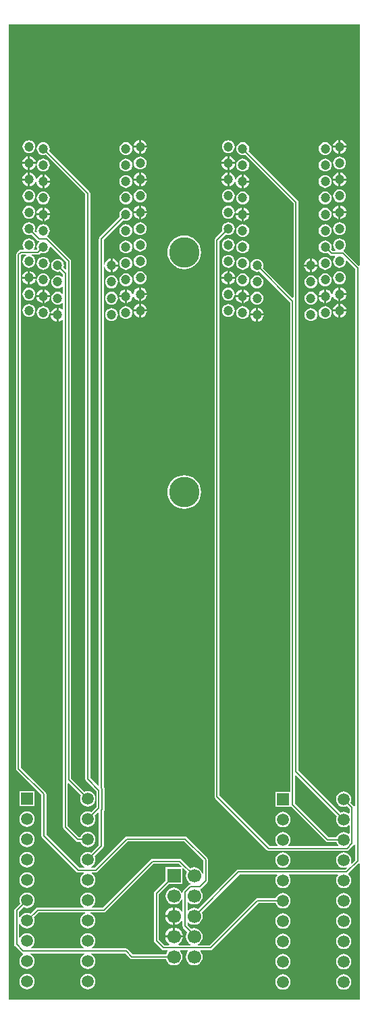
<source format=gbl>
G04 Layer_Physical_Order=2*
G04 Layer_Color=16711680*
%FSLAX44Y44*%
%MOMM*%
G71*
G01*
G75*
%ADD10C,0.2000*%
%ADD11C,1.2000*%
%ADD12R,1.7000X1.7000*%
%ADD13C,1.7000*%
%ADD14C,1.5000*%
%ADD15R,1.5000X1.5000*%
%ADD16C,3.8000*%
G36*
X325000Y917622D02*
X323730Y917096D01*
X306163Y934663D01*
X305170Y935326D01*
X305056Y935349D01*
X304740Y936706D01*
X305506Y937294D01*
X306788Y938966D01*
X307594Y940912D01*
X307869Y943000D01*
X307594Y945088D01*
X306788Y947035D01*
X305506Y948706D01*
X303834Y949988D01*
X301888Y950794D01*
X299800Y951069D01*
X297712Y950794D01*
X295765Y949988D01*
X294094Y948706D01*
X292812Y947035D01*
X292006Y945088D01*
X291731Y943000D01*
X292006Y940912D01*
X292812Y938966D01*
X294094Y937294D01*
X294701Y936829D01*
X294270Y935559D01*
X291067D01*
X289190Y937436D01*
X289594Y938411D01*
X289869Y940500D01*
X289594Y942588D01*
X288788Y944535D01*
X287506Y946206D01*
X285835Y947488D01*
X283888Y948294D01*
X281800Y948569D01*
X279712Y948294D01*
X277766Y947488D01*
X276094Y946206D01*
X274812Y944535D01*
X274006Y942588D01*
X273731Y940500D01*
X274006Y938411D01*
X274812Y936465D01*
X276094Y934794D01*
X277766Y933512D01*
X279712Y932706D01*
X281800Y932431D01*
X283888Y932706D01*
X284864Y933110D01*
X287637Y930337D01*
X287637Y930337D01*
X288629Y929674D01*
X289800Y929441D01*
X293729D01*
X294002Y928638D01*
X294068Y928171D01*
X292812Y926535D01*
X292006Y924588D01*
X291731Y922500D01*
X292006Y920412D01*
X292812Y918465D01*
X294094Y916794D01*
X295765Y915512D01*
X297712Y914706D01*
X299800Y914431D01*
X301888Y914706D01*
X303834Y915512D01*
X305506Y916794D01*
X306788Y918465D01*
X307594Y920412D01*
X307869Y922500D01*
X307853Y922620D01*
X308992Y923182D01*
X319441Y912733D01*
Y240913D01*
X319304Y240859D01*
X318171Y240702D01*
X317663Y241463D01*
X317663Y241463D01*
X313538Y245588D01*
X314256Y247320D01*
X314582Y249800D01*
X314256Y252280D01*
X313298Y254591D01*
X311775Y256576D01*
X309791Y258098D01*
X307480Y259056D01*
X305000Y259382D01*
X302520Y259056D01*
X300209Y258098D01*
X298225Y256576D01*
X296702Y254591D01*
X295744Y252280D01*
X295418Y249800D01*
X295744Y247320D01*
X296702Y245009D01*
X298225Y243025D01*
X300209Y241502D01*
X302520Y240545D01*
X305000Y240218D01*
X307480Y240545D01*
X309212Y241262D01*
X312441Y238033D01*
Y232265D01*
X311171Y231639D01*
X309791Y232698D01*
X307480Y233655D01*
X305000Y233982D01*
X302520Y233655D01*
X300788Y232938D01*
X248059Y285667D01*
Y996700D01*
X247826Y997870D01*
X247163Y998863D01*
X247163Y998863D01*
X185590Y1060436D01*
X185994Y1061412D01*
X186269Y1063500D01*
X185994Y1065588D01*
X185188Y1067534D01*
X183906Y1069206D01*
X182234Y1070488D01*
X180288Y1071294D01*
X178200Y1071569D01*
X176112Y1071294D01*
X174165Y1070488D01*
X172494Y1069206D01*
X171212Y1067534D01*
X170406Y1065588D01*
X170131Y1063500D01*
X170406Y1061412D01*
X171212Y1059465D01*
X172494Y1057794D01*
X174165Y1056512D01*
X176112Y1055706D01*
X178200Y1055431D01*
X180288Y1055706D01*
X181264Y1056110D01*
X241941Y995433D01*
Y877744D01*
X240768Y877258D01*
X203590Y914436D01*
X203994Y915412D01*
X204269Y917500D01*
X203994Y919588D01*
X203188Y921535D01*
X201906Y923206D01*
X200235Y924488D01*
X198288Y925294D01*
X196200Y925569D01*
X194112Y925294D01*
X192166Y924488D01*
X190494Y923206D01*
X189212Y921535D01*
X188406Y919588D01*
X188131Y917500D01*
X188406Y915412D01*
X189212Y913466D01*
X190494Y911795D01*
X192166Y910512D01*
X194112Y909706D01*
X196200Y909431D01*
X198288Y909706D01*
X199264Y910110D01*
X237941Y871433D01*
Y259300D01*
X219300D01*
Y240300D01*
X238300D01*
X238300Y240300D01*
Y240300D01*
X239513Y240162D01*
X282837Y196837D01*
X282837Y196837D01*
X283829Y196174D01*
X285000Y195941D01*
X285000Y195941D01*
X295984D01*
X296702Y194209D01*
X298145Y192329D01*
X297989Y191531D01*
X297829Y191059D01*
X235971D01*
X235811Y191531D01*
X235655Y192329D01*
X237098Y194209D01*
X238055Y196520D01*
X238382Y199000D01*
X238055Y201480D01*
X237098Y203791D01*
X235575Y205776D01*
X233591Y207298D01*
X231280Y208256D01*
X228800Y208582D01*
X226320Y208256D01*
X224009Y207298D01*
X222024Y205776D01*
X220502Y203791D01*
X219545Y201480D01*
X219218Y199000D01*
X219545Y196520D01*
X220502Y194209D01*
X221945Y192329D01*
X221789Y191531D01*
X221629Y191059D01*
X212267D01*
X149059Y254267D01*
Y948033D01*
X157136Y956110D01*
X158112Y955706D01*
X160200Y955431D01*
X162288Y955706D01*
X164235Y956512D01*
X165906Y957794D01*
X167188Y959466D01*
X167994Y961412D01*
X168269Y963500D01*
X167994Y965589D01*
X167188Y967535D01*
X165906Y969206D01*
X164235Y970488D01*
X162288Y971294D01*
X160200Y971569D01*
X158112Y971294D01*
X156166Y970488D01*
X154494Y969206D01*
X153212Y967535D01*
X152406Y965589D01*
X152131Y963500D01*
X152406Y961412D01*
X152810Y960436D01*
X143837Y951463D01*
X143174Y950471D01*
X142941Y949300D01*
X142941Y949300D01*
Y253000D01*
X142941Y253000D01*
X143174Y251829D01*
X143837Y250837D01*
X208837Y185837D01*
X208837Y185837D01*
X209830Y185174D01*
X211000Y184941D01*
X309000D01*
X309000Y184941D01*
X310170Y185174D01*
X311163Y185837D01*
X317663Y192337D01*
X317663Y192337D01*
X318171Y193098D01*
X319304Y192941D01*
X319441Y192887D01*
Y173767D01*
X314807Y169133D01*
X313730Y169852D01*
X314256Y171120D01*
X314582Y173600D01*
X314256Y176080D01*
X313298Y178391D01*
X311775Y180375D01*
X309791Y181898D01*
X307480Y182855D01*
X305000Y183182D01*
X302520Y182855D01*
X300209Y181898D01*
X298225Y180375D01*
X296702Y178391D01*
X295744Y176080D01*
X295418Y173600D01*
X295744Y171120D01*
X296702Y168809D01*
X298225Y166825D01*
X300209Y165302D01*
X302520Y164345D01*
X305000Y164018D01*
X307480Y164345D01*
X308748Y164870D01*
X309467Y163793D01*
X307433Y161759D01*
X172900D01*
X172900Y161759D01*
X171730Y161526D01*
X170737Y160863D01*
X122478Y112603D01*
X120241Y113530D01*
X117500Y113891D01*
X114759Y113530D01*
X112205Y112472D01*
X110329Y111032D01*
X109059Y111486D01*
Y120514D01*
X110329Y120968D01*
X112205Y119528D01*
X114759Y118470D01*
X117500Y118109D01*
X120241Y118470D01*
X122795Y119528D01*
X124989Y121211D01*
X126672Y123405D01*
X127730Y125959D01*
X128091Y128700D01*
X127730Y131441D01*
X126672Y133995D01*
X125112Y136028D01*
X125255Y137015D01*
X125339Y137276D01*
X125456Y137431D01*
X126363Y138037D01*
X134163Y145837D01*
X134163Y145837D01*
X134826Y146829D01*
X135059Y148000D01*
Y174000D01*
X134826Y175170D01*
X134163Y176163D01*
X108163Y202163D01*
X107170Y202826D01*
X106000Y203059D01*
X106000Y203059D01*
X33000D01*
X31830Y202826D01*
X30837Y202163D01*
X-7267Y164059D01*
X-11857D01*
X-12110Y165329D01*
X-11209Y165702D01*
X-9225Y167225D01*
X-7702Y169209D01*
X-6744Y171520D01*
X-6418Y174000D01*
X-6744Y176480D01*
X-7462Y178212D01*
X3163Y188837D01*
X3826Y189830D01*
X4059Y191000D01*
X4059Y191000D01*
Y234876D01*
X4163Y234980D01*
X4826Y235973D01*
X5059Y237143D01*
Y262657D01*
X4826Y263827D01*
X4163Y264820D01*
X4059Y264924D01*
Y916335D01*
X5329Y916418D01*
X5480Y915270D01*
X6340Y913193D01*
X7709Y911409D01*
X9493Y910040D01*
X11571Y909180D01*
X12530Y909053D01*
Y917500D01*
Y925946D01*
X11571Y925820D01*
X9493Y924960D01*
X7709Y923591D01*
X6340Y921807D01*
X5480Y919729D01*
X5329Y918582D01*
X4059Y918665D01*
Y949433D01*
X28736Y974110D01*
X29712Y973706D01*
X31800Y973431D01*
X33888Y973706D01*
X35835Y974512D01*
X37506Y975794D01*
X38788Y977466D01*
X39594Y979412D01*
X39869Y981500D01*
X39594Y983588D01*
X38788Y985535D01*
X37506Y987206D01*
X35835Y988488D01*
X33888Y989294D01*
X31800Y989569D01*
X29712Y989294D01*
X27766Y988488D01*
X26094Y987206D01*
X24812Y985535D01*
X24006Y983588D01*
X23731Y981500D01*
X24006Y979412D01*
X24410Y978436D01*
X-1163Y952863D01*
X-1826Y951870D01*
X-2059Y950700D01*
X-2059Y950700D01*
Y267044D01*
X-3232Y266558D01*
X-12941Y276267D01*
Y1007700D01*
X-13174Y1008871D01*
X-13837Y1009863D01*
X-64410Y1060436D01*
X-64006Y1061412D01*
X-63731Y1063500D01*
X-64006Y1065588D01*
X-64812Y1067534D01*
X-66094Y1069206D01*
X-67765Y1070488D01*
X-69712Y1071294D01*
X-71800Y1071569D01*
X-73888Y1071294D01*
X-75834Y1070488D01*
X-77506Y1069206D01*
X-78788Y1067534D01*
X-79594Y1065588D01*
X-79869Y1063500D01*
X-79594Y1061412D01*
X-78788Y1059465D01*
X-77506Y1057794D01*
X-75834Y1056512D01*
X-73888Y1055706D01*
X-71800Y1055431D01*
X-69712Y1055706D01*
X-68736Y1056110D01*
X-19059Y1006433D01*
Y275000D01*
X-19059Y275000D01*
X-18826Y273829D01*
X-18163Y272837D01*
X-5059Y259733D01*
Y240067D01*
X-11788Y233338D01*
X-13520Y234056D01*
X-16000Y234382D01*
X-18480Y234056D01*
X-20791Y233098D01*
X-22775Y231576D01*
X-24298Y229591D01*
X-25255Y227280D01*
X-25582Y224800D01*
X-25255Y222320D01*
X-24298Y220009D01*
X-22775Y218025D01*
X-20791Y216502D01*
X-18480Y215545D01*
X-16000Y215218D01*
X-13520Y215545D01*
X-11209Y216502D01*
X-9225Y218025D01*
X-7702Y220009D01*
X-6744Y222320D01*
X-6418Y224800D01*
X-6744Y227280D01*
X-7462Y229012D01*
X-3232Y233242D01*
X-2059Y232756D01*
Y192267D01*
X-11788Y182538D01*
X-13520Y183256D01*
X-16000Y183582D01*
X-18480Y183256D01*
X-20791Y182298D01*
X-22775Y180776D01*
X-24298Y178791D01*
X-25255Y176480D01*
X-25582Y174000D01*
X-25255Y171520D01*
X-24298Y169209D01*
X-22775Y167225D01*
X-20791Y165702D01*
X-19890Y165329D01*
X-20143Y164059D01*
X-26733D01*
X-67941Y205267D01*
Y256000D01*
X-67941Y256000D01*
X-68174Y257171D01*
X-68837Y258163D01*
X-68837Y258163D01*
X-99941Y289267D01*
Y929733D01*
X-98733Y930941D01*
X-93645D01*
X-93392Y929671D01*
X-93834Y929488D01*
X-95506Y928206D01*
X-96788Y926535D01*
X-97594Y924588D01*
X-97869Y922500D01*
X-97594Y920412D01*
X-96788Y918466D01*
X-95506Y916795D01*
X-93834Y915512D01*
X-91888Y914706D01*
X-89800Y914431D01*
X-87712Y914706D01*
X-85765Y915512D01*
X-84094Y916795D01*
X-82812Y918466D01*
X-82006Y920412D01*
X-81731Y922500D01*
X-82006Y924588D01*
X-82812Y926535D01*
X-84094Y928206D01*
X-85765Y929488D01*
X-86208Y929671D01*
X-85955Y930941D01*
X-78300D01*
X-78300Y930941D01*
X-77130Y931174D01*
X-76137Y931837D01*
X-74864Y933110D01*
X-73888Y932706D01*
X-71800Y932431D01*
X-69712Y932706D01*
X-67765Y933512D01*
X-66094Y934794D01*
X-64812Y936466D01*
X-64006Y938412D01*
X-63731Y940500D01*
X-63748Y940626D01*
X-62545Y941219D01*
X-43059Y921733D01*
Y912744D01*
X-44232Y912258D01*
X-46410Y914436D01*
X-46006Y915412D01*
X-45731Y917500D01*
X-46006Y919588D01*
X-46812Y921535D01*
X-48094Y923206D01*
X-49766Y924488D01*
X-51712Y925294D01*
X-53800Y925569D01*
X-55888Y925294D01*
X-57835Y924488D01*
X-59506Y923206D01*
X-60788Y921535D01*
X-61594Y919588D01*
X-61869Y917500D01*
X-61594Y915412D01*
X-60788Y913466D01*
X-59506Y911795D01*
X-57835Y910512D01*
X-55888Y909706D01*
X-53800Y909431D01*
X-51712Y909706D01*
X-50736Y910110D01*
X-47059Y906433D01*
Y903259D01*
X-48329Y902886D01*
X-49766Y903988D01*
X-51712Y904794D01*
X-53800Y905069D01*
X-55888Y904794D01*
X-57835Y903988D01*
X-59506Y902706D01*
X-60788Y901035D01*
X-61594Y899089D01*
X-61869Y897000D01*
X-61594Y894912D01*
X-60788Y892966D01*
X-59506Y891294D01*
X-57835Y890012D01*
X-55888Y889206D01*
X-53800Y888931D01*
X-51712Y889206D01*
X-49766Y890012D01*
X-48329Y891115D01*
X-47059Y890742D01*
Y882759D01*
X-48329Y882386D01*
X-49766Y883488D01*
X-51712Y884294D01*
X-53800Y884569D01*
X-55888Y884294D01*
X-57835Y883488D01*
X-59506Y882206D01*
X-60788Y880535D01*
X-61594Y878589D01*
X-61869Y876500D01*
X-61594Y874412D01*
X-60788Y872466D01*
X-59506Y870795D01*
X-57835Y869512D01*
X-55888Y868706D01*
X-53800Y868431D01*
X-51712Y868706D01*
X-49766Y869512D01*
X-48329Y870615D01*
X-47059Y870241D01*
Y863193D01*
X-48329Y862566D01*
X-49493Y863460D01*
X-51571Y864320D01*
X-52530Y864447D01*
Y856000D01*
Y847554D01*
X-51571Y847680D01*
X-49493Y848540D01*
X-48329Y849434D01*
X-47059Y848808D01*
Y215000D01*
X-47059Y215000D01*
X-46826Y213829D01*
X-46163Y212837D01*
X-30563Y197237D01*
X-30563Y197237D01*
X-29571Y196574D01*
X-28400Y196341D01*
X-25016D01*
X-24298Y194609D01*
X-22775Y192625D01*
X-20791Y191102D01*
X-18480Y190145D01*
X-16000Y189818D01*
X-13520Y190145D01*
X-11209Y191102D01*
X-9225Y192625D01*
X-7702Y194609D01*
X-6744Y196920D01*
X-6418Y199400D01*
X-6744Y201880D01*
X-7702Y204191D01*
X-9225Y206175D01*
X-11209Y207698D01*
X-13520Y208655D01*
X-16000Y208982D01*
X-18480Y208655D01*
X-20791Y207698D01*
X-22775Y206175D01*
X-24298Y204191D01*
X-25016Y202459D01*
X-27133D01*
X-40941Y216267D01*
Y269156D01*
X-39768Y269642D01*
X-24538Y254412D01*
X-25255Y252680D01*
X-25582Y250200D01*
X-25255Y247720D01*
X-24298Y245409D01*
X-22775Y243425D01*
X-20791Y241902D01*
X-18480Y240945D01*
X-16000Y240618D01*
X-13520Y240945D01*
X-11209Y241902D01*
X-9225Y243425D01*
X-7702Y245409D01*
X-6744Y247720D01*
X-6418Y250200D01*
X-6744Y252680D01*
X-7702Y254991D01*
X-9225Y256975D01*
X-11209Y258498D01*
X-13520Y259456D01*
X-16000Y259782D01*
X-18480Y259456D01*
X-20212Y258738D01*
X-36941Y275467D01*
Y923000D01*
X-37174Y924171D01*
X-37837Y925163D01*
X-37837Y925163D01*
X-65837Y953163D01*
X-66344Y953502D01*
X-66527Y954962D01*
X-66094Y955294D01*
X-64812Y956966D01*
X-64006Y958912D01*
X-63731Y961000D01*
X-64006Y963089D01*
X-64812Y965035D01*
X-66094Y966706D01*
X-67765Y967988D01*
X-69712Y968794D01*
X-71800Y969069D01*
X-73888Y968794D01*
X-75834Y967988D01*
X-77506Y966706D01*
X-78788Y965035D01*
X-79594Y963089D01*
X-79869Y961000D01*
X-79671Y959492D01*
X-80873Y958899D01*
X-82410Y960436D01*
X-82006Y961412D01*
X-81731Y963500D01*
X-82006Y965589D01*
X-82812Y967535D01*
X-84094Y969206D01*
X-85765Y970488D01*
X-87712Y971294D01*
X-89800Y971569D01*
X-91888Y971294D01*
X-93834Y970488D01*
X-95506Y969206D01*
X-96788Y967535D01*
X-97594Y965589D01*
X-97869Y963500D01*
X-97594Y961412D01*
X-96788Y959466D01*
X-95506Y957794D01*
X-93834Y956512D01*
X-91888Y955706D01*
X-89800Y955431D01*
X-87712Y955706D01*
X-86736Y956110D01*
X-79463Y948837D01*
X-79463Y948837D01*
X-78470Y948174D01*
X-77324Y947946D01*
X-77280Y947878D01*
X-76899Y946671D01*
X-77506Y946206D01*
X-78788Y944535D01*
X-79594Y942589D01*
X-79869Y940500D01*
X-79594Y938412D01*
X-79558Y938325D01*
X-80408Y937059D01*
X-82674D01*
X-83301Y938329D01*
X-82812Y938966D01*
X-82006Y940912D01*
X-81731Y943000D01*
X-82006Y945089D01*
X-82812Y947035D01*
X-84094Y948706D01*
X-85765Y949988D01*
X-87712Y950794D01*
X-89800Y951069D01*
X-91888Y950794D01*
X-93834Y949988D01*
X-95506Y948706D01*
X-96788Y947035D01*
X-97594Y945089D01*
X-97869Y943000D01*
X-97594Y940912D01*
X-96788Y938966D01*
X-96299Y938329D01*
X-96926Y937059D01*
X-100000D01*
X-101171Y936826D01*
X-102163Y936163D01*
X-102163Y936163D01*
X-105163Y933163D01*
X-105826Y932170D01*
X-106059Y931000D01*
X-106059Y931000D01*
Y288000D01*
X-106059Y288000D01*
X-105826Y286829D01*
X-105163Y285837D01*
X-74059Y254733D01*
Y204000D01*
X-74059Y204000D01*
X-73826Y202829D01*
X-73163Y201837D01*
X-30163Y158837D01*
X-30163Y158837D01*
X-29171Y158174D01*
X-28000Y157941D01*
X-28000Y157941D01*
X-21432D01*
X-21087Y156671D01*
X-22775Y155375D01*
X-24298Y153391D01*
X-25255Y151080D01*
X-25582Y148600D01*
X-25255Y146120D01*
X-24298Y143809D01*
X-22775Y141825D01*
X-20791Y140302D01*
X-18480Y139345D01*
X-16000Y139018D01*
X-13520Y139345D01*
X-11209Y140302D01*
X-9225Y141825D01*
X-7702Y143809D01*
X-6744Y146120D01*
X-6418Y148600D01*
X-6744Y151080D01*
X-7702Y153391D01*
X-9225Y155375D01*
X-10913Y156671D01*
X-10568Y157941D01*
X-6000D01*
X-6000Y157941D01*
X-4830Y158174D01*
X-3837Y158837D01*
X34267Y196941D01*
X104733D01*
X128941Y172733D01*
Y157089D01*
X127730Y156841D01*
X126672Y159395D01*
X124989Y161589D01*
X122795Y163272D01*
X120241Y164330D01*
X117500Y164691D01*
X114759Y164330D01*
X112522Y163403D01*
X101763Y174163D01*
X100771Y174826D01*
X99600Y175059D01*
X99600Y175059D01*
X65000D01*
X65000Y175059D01*
X63829Y174826D01*
X62837Y174163D01*
X2733Y114059D01*
X-10222D01*
X-10653Y115329D01*
X-9225Y116425D01*
X-7702Y118409D01*
X-6744Y120720D01*
X-6418Y123200D01*
X-6744Y125680D01*
X-7702Y127991D01*
X-9225Y129976D01*
X-11209Y131498D01*
X-13520Y132456D01*
X-16000Y132782D01*
X-18480Y132456D01*
X-20791Y131498D01*
X-22775Y129976D01*
X-24298Y127991D01*
X-25255Y125680D01*
X-25582Y123200D01*
X-25255Y120720D01*
X-24298Y118409D01*
X-22775Y116425D01*
X-21347Y115329D01*
X-21779Y114059D01*
X-79000D01*
X-79000Y114059D01*
X-80170Y113826D01*
X-81163Y113163D01*
X-81163Y113163D01*
X-87988Y106338D01*
X-89720Y107056D01*
X-92200Y107382D01*
X-94680Y107056D01*
X-96991Y106098D01*
X-98975Y104576D01*
X-100498Y102591D01*
X-100671Y102173D01*
X-101941Y102426D01*
Y109133D01*
X-96412Y114662D01*
X-94680Y113945D01*
X-92200Y113618D01*
X-89720Y113945D01*
X-87409Y114902D01*
X-85424Y116425D01*
X-83902Y118409D01*
X-82944Y120720D01*
X-82618Y123200D01*
X-82944Y125680D01*
X-83902Y127991D01*
X-85424Y129976D01*
X-87409Y131498D01*
X-89720Y132456D01*
X-92200Y132782D01*
X-94680Y132456D01*
X-96991Y131498D01*
X-98975Y129976D01*
X-100498Y127991D01*
X-101455Y125680D01*
X-101782Y123200D01*
X-101455Y120720D01*
X-100738Y118988D01*
X-107163Y112563D01*
X-107826Y111571D01*
X-108059Y110400D01*
X-108059Y110400D01*
Y68000D01*
X-108059Y68000D01*
X-107826Y66830D01*
X-107163Y65837D01*
X-99163Y57837D01*
X-99163Y57837D01*
X-98170Y57174D01*
X-97000Y56941D01*
X-96812Y56747D01*
X-96979Y55399D01*
X-97100Y55215D01*
X-98975Y53776D01*
X-100498Y51791D01*
X-101455Y49480D01*
X-101782Y47000D01*
X-101455Y44520D01*
X-100498Y42209D01*
X-98975Y40225D01*
X-96991Y38702D01*
X-94680Y37745D01*
X-92200Y37418D01*
X-89720Y37745D01*
X-87409Y38702D01*
X-85424Y40225D01*
X-83902Y42209D01*
X-82944Y44520D01*
X-82618Y47000D01*
X-82944Y49480D01*
X-83902Y51791D01*
X-85424Y53776D01*
X-87409Y55298D01*
X-88310Y55671D01*
X-88057Y56941D01*
X-20143D01*
X-19890Y55671D01*
X-20791Y55298D01*
X-22775Y53776D01*
X-24298Y51791D01*
X-25255Y49480D01*
X-25582Y47000D01*
X-25255Y44520D01*
X-24298Y42209D01*
X-22775Y40225D01*
X-20791Y38702D01*
X-18480Y37745D01*
X-16000Y37418D01*
X-13520Y37745D01*
X-11209Y38702D01*
X-9225Y40225D01*
X-7702Y42209D01*
X-6744Y44520D01*
X-6418Y47000D01*
X-6744Y49480D01*
X-7702Y51791D01*
X-9225Y53776D01*
X-11209Y55298D01*
X-12110Y55671D01*
X-11857Y56941D01*
X30733D01*
X37337Y50337D01*
X37337Y50337D01*
X38330Y49674D01*
X39500Y49441D01*
X82002D01*
X82928Y47205D01*
X84611Y45011D01*
X86805Y43328D01*
X89359Y42270D01*
X92100Y41909D01*
X94841Y42270D01*
X97395Y43328D01*
X99589Y45011D01*
X101272Y47205D01*
X102330Y49759D01*
X102691Y52500D01*
X102330Y55241D01*
X101272Y57795D01*
X99832Y59671D01*
X100286Y60941D01*
X109314D01*
X109768Y59671D01*
X108328Y57795D01*
X107270Y55241D01*
X106909Y52500D01*
X107270Y49759D01*
X108328Y47205D01*
X110011Y45011D01*
X112205Y43328D01*
X114759Y42270D01*
X117500Y41909D01*
X120241Y42270D01*
X122795Y43328D01*
X124989Y45011D01*
X126672Y47205D01*
X127730Y49759D01*
X128091Y52500D01*
X127730Y55241D01*
X126672Y57795D01*
X125232Y59671D01*
X125686Y60941D01*
X138000D01*
X138000Y60941D01*
X139171Y61174D01*
X140163Y61837D01*
X198067Y119741D01*
X219784D01*
X220502Y118009D01*
X222024Y116025D01*
X224009Y114502D01*
X226320Y113545D01*
X228800Y113218D01*
X231280Y113545D01*
X233591Y114502D01*
X235575Y116025D01*
X237098Y118009D01*
X238055Y120320D01*
X238382Y122800D01*
X238055Y125280D01*
X237098Y127591D01*
X235575Y129576D01*
X233591Y131098D01*
X231280Y132056D01*
X228800Y132382D01*
X226320Y132056D01*
X224009Y131098D01*
X222024Y129576D01*
X220502Y127591D01*
X219784Y125859D01*
X196800D01*
X195630Y125626D01*
X194637Y124963D01*
X194637Y124963D01*
X136733Y67059D01*
X122083D01*
X121831Y68329D01*
X122795Y68728D01*
X124989Y70411D01*
X126672Y72605D01*
X127730Y75159D01*
X128091Y77900D01*
X127730Y80641D01*
X126672Y83195D01*
X124989Y85389D01*
X122795Y87072D01*
X120241Y88130D01*
X117500Y88491D01*
X114759Y88130D01*
X113654Y87672D01*
X109059Y92267D01*
Y95114D01*
X110329Y95568D01*
X112205Y94128D01*
X114759Y93070D01*
X117500Y92709D01*
X120241Y93070D01*
X122795Y94128D01*
X124989Y95811D01*
X126672Y98005D01*
X127730Y100559D01*
X128091Y103300D01*
X127730Y106041D01*
X126803Y108278D01*
X174167Y155641D01*
X220935D01*
X221561Y154371D01*
X220502Y152991D01*
X219545Y150680D01*
X219218Y148200D01*
X219545Y145720D01*
X220502Y143409D01*
X222024Y141425D01*
X224009Y139902D01*
X226320Y138945D01*
X228800Y138618D01*
X231280Y138945D01*
X233591Y139902D01*
X235575Y141425D01*
X237098Y143409D01*
X238055Y145720D01*
X238382Y148200D01*
X238055Y150680D01*
X237098Y152991D01*
X236039Y154371D01*
X236665Y155641D01*
X297135D01*
X297761Y154371D01*
X296702Y152991D01*
X295744Y150680D01*
X295418Y148200D01*
X295744Y145720D01*
X296702Y143409D01*
X298225Y141425D01*
X300209Y139902D01*
X302520Y138945D01*
X305000Y138618D01*
X307480Y138945D01*
X309791Y139902D01*
X311775Y141425D01*
X313298Y143409D01*
X314256Y145720D01*
X314582Y148200D01*
X314256Y150680D01*
X313298Y152991D01*
X311775Y154976D01*
X311209Y155410D01*
X311281Y156955D01*
X323730Y169404D01*
X325000Y168878D01*
Y-1000D01*
X-115000Y-1000D01*
Y1219000D01*
X325000Y1219000D01*
Y917622D01*
D02*
G37*
G36*
X108197Y159078D02*
X107270Y156841D01*
X106909Y154100D01*
X107270Y151359D01*
X108328Y148805D01*
X110011Y146611D01*
X112205Y144928D01*
X113169Y144529D01*
X112917Y143259D01*
X112737D01*
X111566Y143026D01*
X110574Y142363D01*
X110574Y142363D01*
X103837Y135626D01*
X103174Y134634D01*
X102941Y133463D01*
X101802Y133057D01*
X101671Y133031D01*
X101272Y133995D01*
X99589Y136189D01*
X97395Y137872D01*
X94841Y138930D01*
X92100Y139291D01*
X89359Y138930D01*
X86805Y137872D01*
X84611Y136189D01*
X82928Y133995D01*
X81870Y131441D01*
X81509Y128700D01*
X81870Y125959D01*
X82928Y123405D01*
X84611Y121211D01*
X86805Y119528D01*
X89359Y118470D01*
X92100Y118109D01*
X94841Y118470D01*
X97395Y119528D01*
X99589Y121211D01*
X101272Y123405D01*
X101671Y124369D01*
X102941Y124117D01*
Y109737D01*
X101811Y108958D01*
X101671Y108962D01*
X99974Y111174D01*
X97668Y112943D01*
X94982Y114056D01*
X93370Y114268D01*
Y103300D01*
Y92332D01*
X94982Y92544D01*
X97668Y93657D01*
X99974Y95426D01*
X101671Y97638D01*
X101811Y97642D01*
X102941Y96863D01*
Y91000D01*
X102941Y91000D01*
X103174Y89830D01*
X103837Y88837D01*
X108828Y83846D01*
X108328Y83195D01*
X107270Y80641D01*
X106909Y77900D01*
X107270Y75159D01*
X108328Y72605D01*
X110011Y70411D01*
X112205Y68728D01*
X113169Y68329D01*
X112917Y67059D01*
X98537D01*
X97758Y68190D01*
X97762Y68329D01*
X99974Y70026D01*
X101743Y72332D01*
X102856Y75018D01*
X103068Y76630D01*
X81132D01*
X81344Y75018D01*
X82457Y72332D01*
X84226Y70026D01*
X86438Y68329D01*
X86442Y68190D01*
X85663Y67059D01*
X80267D01*
X73059Y74267D01*
Y130733D01*
X85926Y143600D01*
X102600D01*
Y162878D01*
X103870Y163404D01*
X108197Y159078D01*
D02*
G37*
G36*
X101404Y165870D02*
X100878Y164600D01*
X81600D01*
Y147926D01*
X67837Y134163D01*
X67174Y133170D01*
X66941Y132000D01*
X66941Y132000D01*
Y73000D01*
X66941Y73000D01*
X67174Y71829D01*
X67837Y70837D01*
X76837Y61837D01*
X76837Y61837D01*
X77829Y61174D01*
X79000Y60941D01*
X83914D01*
X84368Y59671D01*
X82928Y57795D01*
X82002Y55559D01*
X40767D01*
X34163Y62163D01*
X33170Y62826D01*
X32000Y63059D01*
X32000Y63059D01*
X-10568D01*
X-10913Y64329D01*
X-9225Y65625D01*
X-7702Y67609D01*
X-6744Y69920D01*
X-6418Y72400D01*
X-6744Y74880D01*
X-7702Y77191D01*
X-9225Y79176D01*
X-11209Y80698D01*
X-13520Y81656D01*
X-16000Y81982D01*
X-18480Y81656D01*
X-20791Y80698D01*
X-22775Y79176D01*
X-24298Y77191D01*
X-25255Y74880D01*
X-25582Y72400D01*
X-25255Y69920D01*
X-24298Y67609D01*
X-22775Y65625D01*
X-21087Y64329D01*
X-21432Y63059D01*
X-86768D01*
X-87113Y64329D01*
X-85424Y65625D01*
X-83902Y67609D01*
X-82944Y69920D01*
X-82618Y72400D01*
X-82944Y74880D01*
X-83902Y77191D01*
X-85424Y79176D01*
X-87409Y80698D01*
X-89720Y81656D01*
X-92200Y81982D01*
X-94680Y81656D01*
X-96991Y80698D01*
X-98975Y79176D01*
X-100498Y77191D01*
X-100671Y76773D01*
X-101941Y77026D01*
Y93174D01*
X-100671Y93427D01*
X-100498Y93009D01*
X-98975Y91025D01*
X-96991Y89502D01*
X-94680Y88545D01*
X-92200Y88218D01*
X-89720Y88545D01*
X-87409Y89502D01*
X-85424Y91025D01*
X-83902Y93009D01*
X-82944Y95320D01*
X-82618Y97800D01*
X-82944Y100280D01*
X-83662Y102012D01*
X-77733Y107941D01*
X-19660D01*
X-19408Y106671D01*
X-20791Y106098D01*
X-22775Y104576D01*
X-24298Y102591D01*
X-25255Y100280D01*
X-25582Y97800D01*
X-25255Y95320D01*
X-24298Y93009D01*
X-22775Y91025D01*
X-20791Y89502D01*
X-18480Y88545D01*
X-16000Y88218D01*
X-13520Y88545D01*
X-11209Y89502D01*
X-9225Y91025D01*
X-7702Y93009D01*
X-6744Y95320D01*
X-6418Y97800D01*
X-6744Y100280D01*
X-7702Y102591D01*
X-9225Y104576D01*
X-11209Y106098D01*
X-12592Y106671D01*
X-12340Y107941D01*
X4000D01*
X4000Y107941D01*
X5171Y108174D01*
X6163Y108837D01*
X66267Y168941D01*
X98333D01*
X101404Y165870D01*
D02*
G37*
G36*
X296462Y228612D02*
X295744Y226880D01*
X295418Y224400D01*
X295744Y221920D01*
X296702Y219609D01*
X298225Y217625D01*
X300209Y216102D01*
X302520Y215145D01*
X305000Y214818D01*
X307480Y215145D01*
X309791Y216102D01*
X311171Y217161D01*
X312441Y216535D01*
Y206865D01*
X311171Y206239D01*
X309791Y207298D01*
X307480Y208256D01*
X305000Y208582D01*
X302520Y208256D01*
X300209Y207298D01*
X298225Y205776D01*
X296702Y203791D01*
X295984Y202059D01*
X286267D01*
X244059Y244267D01*
Y279356D01*
X245232Y279842D01*
X296462Y228612D01*
D02*
G37*
%LPC*%
G36*
X30530Y887446D02*
X29571Y887320D01*
X27493Y886460D01*
X25709Y885091D01*
X24340Y883307D01*
X23480Y881229D01*
X23354Y880270D01*
X30530D01*
Y887446D01*
D02*
G37*
G36*
X48530Y889946D02*
X47571Y889820D01*
X45493Y888960D01*
X43709Y887591D01*
X42340Y885807D01*
X41480Y883729D01*
X41234Y881860D01*
X39930Y881688D01*
X39260Y883307D01*
X37891Y885091D01*
X36107Y886460D01*
X34029Y887320D01*
X33070Y887446D01*
Y879000D01*
Y870553D01*
X34029Y870680D01*
X36107Y871540D01*
X37891Y872909D01*
X39260Y874693D01*
X40120Y876770D01*
X40366Y878640D01*
X41670Y878812D01*
X42340Y877193D01*
X43709Y875409D01*
X45493Y874040D01*
X47571Y873180D01*
X48530Y873053D01*
Y881500D01*
Y889946D01*
D02*
G37*
G36*
X160200Y889569D02*
X158112Y889294D01*
X156166Y888488D01*
X154494Y887206D01*
X153212Y885535D01*
X152406Y883589D01*
X152131Y881500D01*
X152406Y879412D01*
X153212Y877466D01*
X154494Y875795D01*
X156166Y874512D01*
X158112Y873706D01*
X160200Y873431D01*
X162288Y873706D01*
X164235Y874512D01*
X165906Y875795D01*
X167188Y877466D01*
X167994Y879412D01*
X168269Y881500D01*
X167994Y883589D01*
X167188Y885535D01*
X165906Y887206D01*
X164235Y888488D01*
X162288Y889294D01*
X160200Y889569D01*
D02*
G37*
G36*
X298530Y889946D02*
X297571Y889820D01*
X295493Y888960D01*
X293709Y887591D01*
X292340Y885807D01*
X291480Y883729D01*
X291234Y881860D01*
X289930Y881688D01*
X289260Y883307D01*
X287891Y885091D01*
X286107Y886460D01*
X284029Y887320D01*
X283070Y887446D01*
Y879000D01*
Y870553D01*
X284029Y870680D01*
X286107Y871540D01*
X287891Y872909D01*
X289260Y874693D01*
X290120Y876770D01*
X290366Y878640D01*
X291670Y878812D01*
X292340Y877193D01*
X293709Y875409D01*
X295493Y874040D01*
X297571Y873180D01*
X298530Y873053D01*
Y881500D01*
Y889946D01*
D02*
G37*
G36*
X280530Y887446D02*
X279571Y887320D01*
X277493Y886460D01*
X275709Y885091D01*
X274340Y883307D01*
X273480Y881229D01*
X273354Y880270D01*
X280530D01*
Y887446D01*
D02*
G37*
G36*
X176930Y887447D02*
X175971Y887320D01*
X173893Y886460D01*
X172109Y885091D01*
X170740Y883307D01*
X169880Y881229D01*
X169753Y880270D01*
X176930D01*
Y887447D01*
D02*
G37*
G36*
X179470Y887447D02*
Y880270D01*
X186646D01*
X186520Y881229D01*
X185660Y883307D01*
X184291Y885091D01*
X182507Y886460D01*
X180429Y887320D01*
X179470Y887447D01*
D02*
G37*
G36*
X-73070D02*
X-74029Y887320D01*
X-76107Y886460D01*
X-77891Y885091D01*
X-79260Y883307D01*
X-80120Y881229D01*
X-80246Y880270D01*
X-73070D01*
Y887447D01*
D02*
G37*
G36*
X-70530D02*
Y880270D01*
X-63354D01*
X-63480Y881229D01*
X-64340Y883307D01*
X-65709Y885091D01*
X-67493Y886460D01*
X-69571Y887320D01*
X-70530Y887447D01*
D02*
G37*
G36*
X30530Y877730D02*
X23354D01*
X23480Y876770D01*
X24340Y874693D01*
X25709Y872909D01*
X27493Y871540D01*
X29571Y870680D01*
X30530Y870553D01*
Y877730D01*
D02*
G37*
G36*
X280530D02*
X273354D01*
X273480Y876770D01*
X274340Y874693D01*
X275709Y872909D01*
X277493Y871540D01*
X279571Y870680D01*
X280530Y870554D01*
Y877730D01*
D02*
G37*
G36*
X186646Y877730D02*
X179470D01*
Y870554D01*
X180429Y870680D01*
X182507Y871541D01*
X184291Y872909D01*
X185660Y874693D01*
X186520Y876771D01*
X186646Y877730D01*
D02*
G37*
G36*
X13800Y884569D02*
X11712Y884294D01*
X9765Y883488D01*
X8094Y882206D01*
X6812Y880534D01*
X6006Y878588D01*
X5731Y876500D01*
X6006Y874411D01*
X6812Y872465D01*
X8094Y870794D01*
X9765Y869512D01*
X11712Y868706D01*
X13800Y868431D01*
X15888Y868706D01*
X17835Y869512D01*
X19506Y870794D01*
X20788Y872465D01*
X21594Y874411D01*
X21869Y876500D01*
X21594Y878588D01*
X20788Y880534D01*
X19506Y882206D01*
X17835Y883488D01*
X15888Y884294D01*
X13800Y884569D01*
D02*
G37*
G36*
X263800D02*
X261712Y884294D01*
X259765Y883488D01*
X258094Y882206D01*
X256812Y880534D01*
X256006Y878588D01*
X255731Y876500D01*
X256006Y874411D01*
X256812Y872465D01*
X258094Y870794D01*
X259765Y869512D01*
X261712Y868706D01*
X263800Y868431D01*
X265888Y868706D01*
X267834Y869512D01*
X269506Y870794D01*
X270788Y872465D01*
X271594Y874411D01*
X271869Y876500D01*
X271594Y878588D01*
X270788Y880534D01*
X269506Y882206D01*
X267834Y883488D01*
X265888Y884294D01*
X263800Y884569D01*
D02*
G37*
G36*
X196200Y884569D02*
X194112Y884294D01*
X192166Y883488D01*
X190494Y882206D01*
X189212Y880535D01*
X188406Y878589D01*
X188131Y876500D01*
X188406Y874412D01*
X189212Y872466D01*
X190494Y870795D01*
X192166Y869512D01*
X194112Y868706D01*
X196200Y868431D01*
X198288Y868706D01*
X200235Y869512D01*
X201906Y870795D01*
X203188Y872466D01*
X203994Y874412D01*
X204269Y876500D01*
X203994Y878589D01*
X203188Y880535D01*
X201906Y882206D01*
X200235Y883488D01*
X198288Y884294D01*
X196200Y884569D01*
D02*
G37*
G36*
X58246Y880230D02*
X51070D01*
Y873053D01*
X52029Y873180D01*
X54107Y874040D01*
X55891Y875409D01*
X57260Y877193D01*
X58120Y879271D01*
X58246Y880230D01*
D02*
G37*
G36*
X308246D02*
X301070D01*
Y873053D01*
X302029Y873180D01*
X304107Y874040D01*
X305891Y875409D01*
X307260Y877193D01*
X308120Y879271D01*
X308246Y880230D01*
D02*
G37*
G36*
X-89800Y889569D02*
X-91888Y889294D01*
X-93834Y888488D01*
X-95506Y887206D01*
X-96788Y885535D01*
X-97594Y883589D01*
X-97869Y881500D01*
X-97594Y879412D01*
X-96788Y877466D01*
X-95506Y875795D01*
X-93834Y874512D01*
X-91888Y873706D01*
X-89800Y873431D01*
X-87712Y873706D01*
X-85765Y874512D01*
X-84094Y875795D01*
X-82812Y877466D01*
X-82006Y879412D01*
X-81731Y881500D01*
X-82006Y883589D01*
X-82812Y885535D01*
X-84094Y887206D01*
X-85765Y888488D01*
X-87712Y889294D01*
X-89800Y889569D01*
D02*
G37*
G36*
X-73070Y877730D02*
X-80246D01*
X-80120Y876771D01*
X-79260Y874693D01*
X-77891Y872909D01*
X-76107Y871541D01*
X-74029Y870680D01*
X-73070Y870554D01*
Y877730D01*
D02*
G37*
G36*
X-63354D02*
X-70530D01*
Y870554D01*
X-69571Y870680D01*
X-67493Y871541D01*
X-65709Y872909D01*
X-64340Y874693D01*
X-63480Y876771D01*
X-63354Y877730D01*
D02*
G37*
G36*
X176930D02*
X169753D01*
X169880Y876771D01*
X170740Y874693D01*
X172109Y872909D01*
X173893Y871541D01*
X175971Y870680D01*
X176930Y870554D01*
Y877730D01*
D02*
G37*
G36*
X51070Y889946D02*
Y882770D01*
X58246D01*
X58120Y883729D01*
X57260Y885807D01*
X55891Y887591D01*
X54107Y888960D01*
X52029Y889820D01*
X51070Y889946D01*
D02*
G37*
G36*
X-91070Y910447D02*
X-92029Y910320D01*
X-94107Y909460D01*
X-95891Y908091D01*
X-97260Y906307D01*
X-98120Y904230D01*
X-98246Y903270D01*
X-91070D01*
Y910447D01*
D02*
G37*
G36*
X158930D02*
X157971Y910320D01*
X155893Y909460D01*
X154109Y908091D01*
X152740Y906307D01*
X151880Y904230D01*
X151754Y903270D01*
X158930D01*
Y910447D01*
D02*
G37*
G36*
X299800Y910069D02*
X297712Y909794D01*
X295765Y908988D01*
X294094Y907706D01*
X292812Y906034D01*
X292006Y904088D01*
X291731Y902000D01*
X292006Y899911D01*
X292812Y897965D01*
X294094Y896294D01*
X295765Y895012D01*
X297712Y894206D01*
X299800Y893931D01*
X301888Y894206D01*
X303834Y895012D01*
X305506Y896294D01*
X306788Y897965D01*
X307594Y899911D01*
X307869Y902000D01*
X307594Y904088D01*
X306788Y906034D01*
X305506Y907706D01*
X303834Y908988D01*
X301888Y909794D01*
X299800Y910069D01*
D02*
G37*
G36*
X168647Y900730D02*
X161470D01*
Y893554D01*
X162429Y893680D01*
X164507Y894540D01*
X166291Y895909D01*
X167660Y897693D01*
X168520Y899771D01*
X168647Y900730D01*
D02*
G37*
G36*
X49800Y910069D02*
X47712Y909794D01*
X45766Y908988D01*
X44094Y907706D01*
X42812Y906034D01*
X42006Y904088D01*
X41731Y902000D01*
X42006Y899911D01*
X42812Y897965D01*
X44094Y896294D01*
X45766Y895012D01*
X47712Y894206D01*
X49800Y893931D01*
X51888Y894206D01*
X53835Y895012D01*
X55506Y896294D01*
X56788Y897965D01*
X57594Y899911D01*
X57869Y902000D01*
X57594Y904088D01*
X56788Y906034D01*
X55506Y907706D01*
X53835Y908988D01*
X51888Y909794D01*
X49800Y910069D01*
D02*
G37*
G36*
X22246Y916230D02*
X15070D01*
Y909053D01*
X16029Y909180D01*
X18107Y910040D01*
X19891Y911409D01*
X21260Y913193D01*
X22120Y915270D01*
X22246Y916230D01*
D02*
G37*
G36*
X272246D02*
X265070D01*
Y909053D01*
X266029Y909180D01*
X268107Y910040D01*
X269891Y911409D01*
X271260Y913193D01*
X272120Y915270D01*
X272246Y916230D01*
D02*
G37*
G36*
X262530D02*
X255354D01*
X255480Y915270D01*
X256340Y913193D01*
X257709Y911409D01*
X259493Y910040D01*
X261571Y909180D01*
X262530Y909053D01*
Y916230D01*
D02*
G37*
G36*
X-88530Y910447D02*
Y903270D01*
X-81354D01*
X-81480Y904230D01*
X-82340Y906307D01*
X-83709Y908091D01*
X-85493Y909460D01*
X-87571Y910320D01*
X-88530Y910447D01*
D02*
G37*
G36*
X161470D02*
Y903270D01*
X168647D01*
X168520Y904230D01*
X167660Y906307D01*
X166291Y908091D01*
X164507Y909460D01*
X162429Y910320D01*
X161470Y910447D01*
D02*
G37*
G36*
X-81354Y900730D02*
X-88530D01*
Y893554D01*
X-87571Y893680D01*
X-85493Y894540D01*
X-83709Y895909D01*
X-82340Y897693D01*
X-81480Y899771D01*
X-81354Y900730D01*
D02*
G37*
G36*
X196200Y905069D02*
X194112Y904794D01*
X192166Y903988D01*
X190494Y902706D01*
X189212Y901035D01*
X188406Y899089D01*
X188131Y897000D01*
X188406Y894912D01*
X189212Y892966D01*
X190494Y891294D01*
X192166Y890012D01*
X194112Y889206D01*
X196200Y888931D01*
X198288Y889206D01*
X200235Y890012D01*
X201906Y891294D01*
X203188Y892966D01*
X203994Y894912D01*
X204269Y897000D01*
X203994Y899089D01*
X203188Y901035D01*
X201906Y902706D01*
X200235Y903988D01*
X198288Y904794D01*
X196200Y905069D01*
D02*
G37*
G36*
X31800Y907569D02*
X29712Y907294D01*
X27766Y906488D01*
X26094Y905206D01*
X24812Y903534D01*
X24006Y901588D01*
X23731Y899500D01*
X24006Y897411D01*
X24812Y895465D01*
X26094Y893794D01*
X27766Y892512D01*
X29712Y891706D01*
X31800Y891431D01*
X33888Y891706D01*
X35835Y892512D01*
X37506Y893794D01*
X38788Y895465D01*
X39594Y897411D01*
X39869Y899500D01*
X39594Y901588D01*
X38788Y903534D01*
X37506Y905206D01*
X35835Y906488D01*
X33888Y907294D01*
X31800Y907569D01*
D02*
G37*
G36*
X263800Y905069D02*
X261712Y904794D01*
X259765Y903988D01*
X258094Y902706D01*
X256812Y901034D01*
X256006Y899088D01*
X255731Y897000D01*
X256006Y894911D01*
X256812Y892965D01*
X258094Y891294D01*
X259765Y890012D01*
X261712Y889206D01*
X263800Y888931D01*
X265888Y889206D01*
X267834Y890012D01*
X269506Y891294D01*
X270788Y892965D01*
X271594Y894911D01*
X271869Y897000D01*
X271594Y899088D01*
X270788Y901034D01*
X269506Y902706D01*
X267834Y903988D01*
X265888Y904794D01*
X263800Y905069D01*
D02*
G37*
G36*
X301070Y889946D02*
Y882770D01*
X308246D01*
X308120Y883729D01*
X307260Y885807D01*
X305891Y887591D01*
X304107Y888960D01*
X302029Y889820D01*
X301070Y889946D01*
D02*
G37*
G36*
X13800Y905069D02*
X11712Y904794D01*
X9765Y903988D01*
X8094Y902706D01*
X6812Y901034D01*
X6006Y899088D01*
X5731Y897000D01*
X6006Y894911D01*
X6812Y892965D01*
X8094Y891294D01*
X9765Y890012D01*
X11712Y889206D01*
X13800Y888931D01*
X15888Y889206D01*
X17835Y890012D01*
X19506Y891294D01*
X20788Y892965D01*
X21594Y894911D01*
X21869Y897000D01*
X21594Y899088D01*
X20788Y901034D01*
X19506Y902706D01*
X17835Y903988D01*
X15888Y904794D01*
X13800Y905069D01*
D02*
G37*
G36*
X-91070Y900730D02*
X-98246D01*
X-98120Y899771D01*
X-97260Y897693D01*
X-95891Y895909D01*
X-94107Y894540D01*
X-92029Y893680D01*
X-91070Y893554D01*
Y900730D01*
D02*
G37*
G36*
X158930D02*
X151754D01*
X151880Y899771D01*
X152740Y897693D01*
X154109Y895909D01*
X155893Y894540D01*
X157971Y893680D01*
X158930Y893554D01*
Y900730D01*
D02*
G37*
G36*
X178200Y907569D02*
X176112Y907294D01*
X174165Y906488D01*
X172494Y905206D01*
X171212Y903535D01*
X170406Y901589D01*
X170131Y899500D01*
X170406Y897412D01*
X171212Y895466D01*
X172494Y893794D01*
X174165Y892512D01*
X176112Y891706D01*
X178200Y891431D01*
X180288Y891706D01*
X182234Y892512D01*
X183906Y893794D01*
X185188Y895466D01*
X185994Y897412D01*
X186269Y899500D01*
X185994Y901589D01*
X185188Y903535D01*
X183906Y905206D01*
X182234Y906488D01*
X180288Y907294D01*
X178200Y907569D01*
D02*
G37*
G36*
X281800Y907569D02*
X279712Y907294D01*
X277766Y906488D01*
X276094Y905206D01*
X274812Y903534D01*
X274006Y901588D01*
X273731Y899500D01*
X274006Y897411D01*
X274812Y895465D01*
X276094Y893794D01*
X277766Y892512D01*
X279712Y891706D01*
X281800Y891431D01*
X283888Y891706D01*
X285835Y892512D01*
X287506Y893794D01*
X288788Y895465D01*
X289594Y897411D01*
X289869Y899500D01*
X289594Y901588D01*
X288788Y903534D01*
X287506Y905206D01*
X285835Y906488D01*
X283888Y907294D01*
X281800Y907569D01*
D02*
G37*
G36*
X-71800Y907569D02*
X-73888Y907294D01*
X-75834Y906488D01*
X-77506Y905206D01*
X-78788Y903535D01*
X-79594Y901589D01*
X-79869Y899500D01*
X-79594Y897412D01*
X-78788Y895466D01*
X-77506Y893794D01*
X-75834Y892512D01*
X-73888Y891706D01*
X-71800Y891431D01*
X-69712Y891706D01*
X-67765Y892512D01*
X-66094Y893794D01*
X-64812Y895466D01*
X-64006Y897412D01*
X-63731Y899500D01*
X-64006Y901589D01*
X-64812Y903535D01*
X-66094Y905206D01*
X-67765Y906488D01*
X-69712Y907294D01*
X-71800Y907569D01*
D02*
G37*
G36*
X301070Y869446D02*
Y862270D01*
X308246D01*
X308120Y863229D01*
X307260Y865307D01*
X305891Y867091D01*
X304107Y868460D01*
X302029Y869320D01*
X301070Y869446D01*
D02*
G37*
G36*
X305000Y132382D02*
X302520Y132056D01*
X300209Y131098D01*
X298225Y129576D01*
X296702Y127591D01*
X295744Y125280D01*
X295418Y122800D01*
X295744Y120320D01*
X296702Y118009D01*
X298225Y116025D01*
X300209Y114502D01*
X302520Y113545D01*
X305000Y113218D01*
X307480Y113545D01*
X309791Y114502D01*
X311775Y116025D01*
X313298Y118009D01*
X314256Y120320D01*
X314582Y122800D01*
X314256Y125280D01*
X313298Y127591D01*
X311775Y129576D01*
X309791Y131098D01*
X307480Y132056D01*
X305000Y132382D01*
D02*
G37*
G36*
X-92200Y158182D02*
X-94680Y157856D01*
X-96991Y156898D01*
X-98975Y155375D01*
X-100498Y153391D01*
X-101455Y151080D01*
X-101782Y148600D01*
X-101455Y146120D01*
X-100498Y143809D01*
X-98975Y141825D01*
X-96991Y140302D01*
X-94680Y139345D01*
X-92200Y139018D01*
X-89720Y139345D01*
X-87409Y140302D01*
X-85424Y141825D01*
X-83902Y143809D01*
X-82944Y146120D01*
X-82618Y148600D01*
X-82944Y151080D01*
X-83902Y153391D01*
X-85424Y155375D01*
X-87409Y156898D01*
X-89720Y157856D01*
X-92200Y158182D01*
D02*
G37*
G36*
X305000Y106982D02*
X302520Y106656D01*
X300209Y105698D01*
X298225Y104176D01*
X296702Y102191D01*
X295744Y99880D01*
X295418Y97400D01*
X295744Y94920D01*
X296702Y92609D01*
X298225Y90625D01*
X300209Y89102D01*
X302520Y88145D01*
X305000Y87818D01*
X307480Y88145D01*
X309791Y89102D01*
X311775Y90625D01*
X313298Y92609D01*
X314256Y94920D01*
X314582Y97400D01*
X314256Y99880D01*
X313298Y102191D01*
X311775Y104176D01*
X309791Y105698D01*
X307480Y106656D01*
X305000Y106982D01*
D02*
G37*
G36*
X228800Y183182D02*
X226320Y182855D01*
X224009Y181898D01*
X222024Y180375D01*
X220502Y178391D01*
X219545Y176080D01*
X219218Y173600D01*
X219545Y171120D01*
X220502Y168809D01*
X222024Y166825D01*
X224009Y165302D01*
X226320Y164345D01*
X228800Y164018D01*
X231280Y164345D01*
X233591Y165302D01*
X235575Y166825D01*
X237098Y168809D01*
X238055Y171120D01*
X238382Y173600D01*
X238055Y176080D01*
X237098Y178391D01*
X235575Y180375D01*
X233591Y181898D01*
X231280Y182855D01*
X228800Y183182D01*
D02*
G37*
G36*
X-92200Y234382D02*
X-94680Y234056D01*
X-96991Y233098D01*
X-98975Y231576D01*
X-100498Y229591D01*
X-101455Y227280D01*
X-101782Y224800D01*
X-101455Y222320D01*
X-100498Y220009D01*
X-98975Y218025D01*
X-96991Y216502D01*
X-94680Y215545D01*
X-92200Y215218D01*
X-89720Y215545D01*
X-87409Y216502D01*
X-85424Y218025D01*
X-83902Y220009D01*
X-82944Y222320D01*
X-82618Y224800D01*
X-82944Y227280D01*
X-83902Y229591D01*
X-85424Y231576D01*
X-87409Y233098D01*
X-89720Y234056D01*
X-92200Y234382D01*
D02*
G37*
G36*
X-82700Y259700D02*
X-101700D01*
Y240700D01*
X-82700D01*
Y259700D01*
D02*
G37*
G36*
X228800Y233982D02*
X226320Y233655D01*
X224009Y232698D01*
X222024Y231175D01*
X220502Y229191D01*
X219545Y226880D01*
X219218Y224400D01*
X219545Y221920D01*
X220502Y219609D01*
X222024Y217625D01*
X224009Y216102D01*
X226320Y215145D01*
X228800Y214818D01*
X231280Y215145D01*
X233591Y216102D01*
X235575Y217625D01*
X237098Y219609D01*
X238055Y221920D01*
X238382Y224400D01*
X238055Y226880D01*
X237098Y229191D01*
X235575Y231175D01*
X233591Y232698D01*
X231280Y233655D01*
X228800Y233982D01*
D02*
G37*
G36*
X-92200Y183582D02*
X-94680Y183256D01*
X-96991Y182298D01*
X-98975Y180776D01*
X-100498Y178791D01*
X-101455Y176480D01*
X-101782Y174000D01*
X-101455Y171520D01*
X-100498Y169209D01*
X-98975Y167225D01*
X-96991Y165702D01*
X-94680Y164745D01*
X-92200Y164418D01*
X-89720Y164745D01*
X-87409Y165702D01*
X-85424Y167225D01*
X-83902Y169209D01*
X-82944Y171520D01*
X-82618Y174000D01*
X-82944Y176480D01*
X-83902Y178791D01*
X-85424Y180776D01*
X-87409Y182298D01*
X-89720Y183256D01*
X-92200Y183582D01*
D02*
G37*
G36*
Y208982D02*
X-94680Y208655D01*
X-96991Y207698D01*
X-98975Y206175D01*
X-100498Y204191D01*
X-101455Y201880D01*
X-101782Y199400D01*
X-101455Y196920D01*
X-100498Y194609D01*
X-98975Y192625D01*
X-96991Y191102D01*
X-94680Y190145D01*
X-92200Y189818D01*
X-89720Y190145D01*
X-87409Y191102D01*
X-85424Y192625D01*
X-83902Y194609D01*
X-82944Y196920D01*
X-82618Y199400D01*
X-82944Y201880D01*
X-83902Y204191D01*
X-85424Y206175D01*
X-87409Y207698D01*
X-89720Y208655D01*
X-92200Y208982D01*
D02*
G37*
G36*
X-16000Y31182D02*
X-18480Y30856D01*
X-20791Y29898D01*
X-22775Y28375D01*
X-24298Y26391D01*
X-25255Y24080D01*
X-25582Y21600D01*
X-25255Y19120D01*
X-24298Y16809D01*
X-22775Y14825D01*
X-20791Y13302D01*
X-18480Y12345D01*
X-16000Y12018D01*
X-13520Y12345D01*
X-11209Y13302D01*
X-9225Y14825D01*
X-7702Y16809D01*
X-6744Y19120D01*
X-6418Y21600D01*
X-6744Y24080D01*
X-7702Y26391D01*
X-9225Y28375D01*
X-11209Y29898D01*
X-13520Y30856D01*
X-16000Y31182D01*
D02*
G37*
G36*
X228800Y56182D02*
X226320Y55855D01*
X224009Y54898D01*
X222024Y53376D01*
X220502Y51391D01*
X219545Y49080D01*
X219218Y46600D01*
X219545Y44120D01*
X220502Y41809D01*
X222024Y39825D01*
X224009Y38302D01*
X226320Y37345D01*
X228800Y37018D01*
X231280Y37345D01*
X233591Y38302D01*
X235575Y39825D01*
X237098Y41809D01*
X238055Y44120D01*
X238382Y46600D01*
X238055Y49080D01*
X237098Y51391D01*
X235575Y53376D01*
X233591Y54898D01*
X231280Y55855D01*
X228800Y56182D01*
D02*
G37*
G36*
X-92200Y31182D02*
X-94680Y30856D01*
X-96991Y29898D01*
X-98975Y28375D01*
X-100498Y26391D01*
X-101455Y24080D01*
X-101782Y21600D01*
X-101455Y19120D01*
X-100498Y16809D01*
X-98975Y14825D01*
X-96991Y13302D01*
X-94680Y12345D01*
X-92200Y12018D01*
X-89720Y12345D01*
X-87409Y13302D01*
X-85424Y14825D01*
X-83902Y16809D01*
X-82944Y19120D01*
X-82618Y21600D01*
X-82944Y24080D01*
X-83902Y26391D01*
X-85424Y28375D01*
X-87409Y29898D01*
X-89720Y30856D01*
X-92200Y31182D01*
D02*
G37*
G36*
X228800Y30782D02*
X226320Y30456D01*
X224009Y29498D01*
X222024Y27975D01*
X220502Y25991D01*
X219545Y23680D01*
X219218Y21200D01*
X219545Y18720D01*
X220502Y16409D01*
X222024Y14425D01*
X224009Y12902D01*
X226320Y11945D01*
X228800Y11618D01*
X231280Y11945D01*
X233591Y12902D01*
X235575Y14425D01*
X237098Y16409D01*
X238055Y18720D01*
X238382Y21200D01*
X238055Y23680D01*
X237098Y25991D01*
X235575Y27975D01*
X233591Y29498D01*
X231280Y30456D01*
X228800Y30782D01*
D02*
G37*
G36*
X305000D02*
X302520Y30456D01*
X300209Y29498D01*
X298225Y27975D01*
X296702Y25991D01*
X295744Y23680D01*
X295418Y21200D01*
X295744Y18720D01*
X296702Y16409D01*
X298225Y14425D01*
X300209Y12902D01*
X302520Y11945D01*
X305000Y11618D01*
X307480Y11945D01*
X309791Y12902D01*
X311775Y14425D01*
X313298Y16409D01*
X314256Y18720D01*
X314582Y21200D01*
X314256Y23680D01*
X313298Y25991D01*
X311775Y27975D01*
X309791Y29498D01*
X307480Y30456D01*
X305000Y30782D01*
D02*
G37*
G36*
Y56182D02*
X302520Y55855D01*
X300209Y54898D01*
X298225Y53376D01*
X296702Y51391D01*
X295744Y49080D01*
X295418Y46600D01*
X295744Y44120D01*
X296702Y41809D01*
X298225Y39825D01*
X300209Y38302D01*
X302520Y37345D01*
X305000Y37018D01*
X307480Y37345D01*
X309791Y38302D01*
X311775Y39825D01*
X313298Y41809D01*
X314256Y44120D01*
X314582Y46600D01*
X314256Y49080D01*
X313298Y51391D01*
X311775Y53376D01*
X309791Y54898D01*
X307480Y55855D01*
X305000Y56182D01*
D02*
G37*
G36*
X228800Y106982D02*
X226320Y106656D01*
X224009Y105698D01*
X222024Y104176D01*
X220502Y102191D01*
X219545Y99880D01*
X219218Y97400D01*
X219545Y94920D01*
X220502Y92609D01*
X222024Y90625D01*
X224009Y89102D01*
X226320Y88145D01*
X228800Y87818D01*
X231280Y88145D01*
X233591Y89102D01*
X235575Y90625D01*
X237098Y92609D01*
X238055Y94920D01*
X238382Y97400D01*
X238055Y99880D01*
X237098Y102191D01*
X235575Y104176D01*
X233591Y105698D01*
X231280Y106656D01*
X228800Y106982D01*
D02*
G37*
G36*
Y81582D02*
X226320Y81256D01*
X224009Y80298D01*
X222024Y78776D01*
X220502Y76791D01*
X219545Y74480D01*
X219218Y72000D01*
X219545Y69520D01*
X220502Y67209D01*
X222024Y65225D01*
X224009Y63702D01*
X226320Y62745D01*
X228800Y62418D01*
X231280Y62745D01*
X233591Y63702D01*
X235575Y65225D01*
X237098Y67209D01*
X238055Y69520D01*
X238382Y72000D01*
X238055Y74480D01*
X237098Y76791D01*
X235575Y78776D01*
X233591Y80298D01*
X231280Y81256D01*
X228800Y81582D01*
D02*
G37*
G36*
X305000D02*
X302520Y81256D01*
X300209Y80298D01*
X298225Y78776D01*
X296702Y76791D01*
X295744Y74480D01*
X295418Y72000D01*
X295744Y69520D01*
X296702Y67209D01*
X298225Y65225D01*
X300209Y63702D01*
X302520Y62745D01*
X305000Y62418D01*
X307480Y62745D01*
X309791Y63702D01*
X311775Y65225D01*
X313298Y67209D01*
X314256Y69520D01*
X314582Y72000D01*
X314256Y74480D01*
X313298Y76791D01*
X311775Y78776D01*
X309791Y80298D01*
X307480Y81256D01*
X305000Y81582D01*
D02*
G37*
G36*
X-89800Y869069D02*
X-91888Y868794D01*
X-93834Y867988D01*
X-95506Y866706D01*
X-96788Y865035D01*
X-97594Y863089D01*
X-97869Y861000D01*
X-97594Y858912D01*
X-96788Y856966D01*
X-95506Y855294D01*
X-93834Y854012D01*
X-91888Y853206D01*
X-89800Y852931D01*
X-87712Y853206D01*
X-85765Y854012D01*
X-84094Y855294D01*
X-82812Y856966D01*
X-82006Y858912D01*
X-81731Y861000D01*
X-82006Y863089D01*
X-82812Y865035D01*
X-84094Y866706D01*
X-85765Y867988D01*
X-87712Y868794D01*
X-89800Y869069D01*
D02*
G37*
G36*
X160200D02*
X158112Y868794D01*
X156166Y867988D01*
X154494Y866706D01*
X153212Y865035D01*
X152406Y863089D01*
X152131Y861000D01*
X152406Y858912D01*
X153212Y856966D01*
X154494Y855294D01*
X156166Y854012D01*
X158112Y853206D01*
X160200Y852931D01*
X162288Y853206D01*
X164235Y854012D01*
X165906Y855294D01*
X167188Y856966D01*
X167994Y858912D01*
X168269Y861000D01*
X167994Y863089D01*
X167188Y865035D01*
X165906Y866706D01*
X164235Y867988D01*
X162288Y868794D01*
X160200Y869069D01*
D02*
G37*
G36*
X308246Y859730D02*
X301070D01*
Y852553D01*
X302029Y852680D01*
X304107Y853540D01*
X305891Y854909D01*
X307260Y856693D01*
X308120Y858771D01*
X308246Y859730D01*
D02*
G37*
G36*
X298530D02*
X291353D01*
X291480Y858771D01*
X292340Y856693D01*
X293709Y854909D01*
X295493Y853540D01*
X297571Y852680D01*
X298530Y852553D01*
Y859730D01*
D02*
G37*
G36*
X58246D02*
X51070D01*
Y852553D01*
X52029Y852680D01*
X54107Y853540D01*
X55891Y854909D01*
X57260Y856693D01*
X58120Y858771D01*
X58246Y859730D01*
D02*
G37*
G36*
X-55070Y864447D02*
X-56029Y864320D01*
X-58107Y863460D01*
X-59891Y862091D01*
X-61260Y860307D01*
X-62120Y858230D01*
X-62246Y857270D01*
X-55070D01*
Y864447D01*
D02*
G37*
G36*
X298530Y869446D02*
X297571Y869320D01*
X295493Y868460D01*
X293709Y867091D01*
X292340Y865307D01*
X291480Y863229D01*
X291353Y862270D01*
X298530D01*
Y869446D01*
D02*
G37*
G36*
X51070D02*
Y862270D01*
X58246D01*
X58120Y863229D01*
X57260Y865307D01*
X55891Y867091D01*
X54107Y868460D01*
X52029Y869320D01*
X51070Y869446D01*
D02*
G37*
G36*
X48530D02*
X47571Y869320D01*
X45493Y868460D01*
X43709Y867091D01*
X42340Y865307D01*
X41480Y863229D01*
X41354Y862270D01*
X48530D01*
Y869446D01*
D02*
G37*
G36*
X194930Y864447D02*
X193971Y864320D01*
X191893Y863460D01*
X190109Y862091D01*
X188740Y860307D01*
X187880Y858230D01*
X187754Y857270D01*
X194930D01*
Y864447D01*
D02*
G37*
G36*
X197470D02*
Y857270D01*
X204646D01*
X204520Y858230D01*
X203660Y860307D01*
X202291Y862091D01*
X200507Y863460D01*
X198429Y864320D01*
X197470Y864447D01*
D02*
G37*
G36*
X204646Y854730D02*
X197470D01*
Y847554D01*
X198429Y847680D01*
X200507Y848540D01*
X202291Y849909D01*
X203660Y851693D01*
X204520Y853771D01*
X204646Y854730D01*
D02*
G37*
G36*
X13800Y864069D02*
X11712Y863794D01*
X9765Y862988D01*
X8094Y861705D01*
X6812Y860034D01*
X6006Y858088D01*
X5731Y856000D01*
X6006Y853912D01*
X6812Y851965D01*
X8094Y850294D01*
X9765Y849012D01*
X11712Y848206D01*
X13800Y847931D01*
X15888Y848206D01*
X17835Y849012D01*
X19506Y850294D01*
X20788Y851965D01*
X21594Y853912D01*
X21869Y856000D01*
X21594Y858088D01*
X20788Y860034D01*
X19506Y861705D01*
X17835Y862988D01*
X15888Y863794D01*
X13800Y864069D01*
D02*
G37*
G36*
X194930Y854730D02*
X187754D01*
X187880Y853771D01*
X188740Y851693D01*
X190109Y849909D01*
X191893Y848540D01*
X193971Y847680D01*
X194930Y847554D01*
Y854730D01*
D02*
G37*
G36*
X105000Y655102D02*
X100883Y654696D01*
X96925Y653495D01*
X93277Y651545D01*
X90079Y648921D01*
X87455Y645723D01*
X85505Y642075D01*
X84304Y638117D01*
X83898Y634000D01*
X84304Y629883D01*
X85505Y625925D01*
X87455Y622277D01*
X90079Y619079D01*
X93277Y616455D01*
X96925Y614505D01*
X100883Y613304D01*
X105000Y612898D01*
X109117Y613304D01*
X113075Y614505D01*
X116723Y616455D01*
X119921Y619079D01*
X122545Y622277D01*
X124495Y625925D01*
X125696Y629883D01*
X126102Y634000D01*
X125696Y638117D01*
X124495Y642075D01*
X122545Y645723D01*
X119921Y648921D01*
X116723Y651545D01*
X113075Y653495D01*
X109117Y654696D01*
X105000Y655102D01*
D02*
G37*
G36*
X-55070Y854730D02*
X-62246D01*
X-62120Y853771D01*
X-61260Y851693D01*
X-59891Y849909D01*
X-58107Y848540D01*
X-56029Y847680D01*
X-55070Y847554D01*
Y854730D01*
D02*
G37*
G36*
X263800Y864069D02*
X261712Y863794D01*
X259765Y862988D01*
X258094Y861705D01*
X256812Y860034D01*
X256006Y858088D01*
X255731Y856000D01*
X256006Y853912D01*
X256812Y851965D01*
X258094Y850294D01*
X259765Y849012D01*
X261712Y848206D01*
X263800Y847931D01*
X265888Y848206D01*
X267834Y849012D01*
X269506Y850294D01*
X270788Y851965D01*
X271594Y853912D01*
X271869Y856000D01*
X271594Y858088D01*
X270788Y860034D01*
X269506Y861705D01*
X267834Y862988D01*
X265888Y863794D01*
X263800Y864069D01*
D02*
G37*
G36*
X178200Y866569D02*
X176112Y866294D01*
X174165Y865488D01*
X172494Y864206D01*
X171212Y862535D01*
X170406Y860589D01*
X170131Y858500D01*
X170406Y856412D01*
X171212Y854466D01*
X172494Y852794D01*
X174165Y851512D01*
X176112Y850706D01*
X178200Y850431D01*
X180288Y850706D01*
X182234Y851512D01*
X183906Y852794D01*
X185188Y854466D01*
X185994Y856412D01*
X186269Y858500D01*
X185994Y860589D01*
X185188Y862535D01*
X183906Y864206D01*
X182234Y865488D01*
X180288Y866294D01*
X178200Y866569D01*
D02*
G37*
G36*
X48530Y859730D02*
X41354D01*
X41480Y858771D01*
X42340Y856693D01*
X43709Y854909D01*
X45493Y853540D01*
X47571Y852680D01*
X48530Y852553D01*
Y859730D01*
D02*
G37*
G36*
X-71800Y866569D02*
X-73888Y866294D01*
X-75834Y865488D01*
X-77506Y864206D01*
X-78788Y862535D01*
X-79594Y860589D01*
X-79869Y858500D01*
X-79594Y856412D01*
X-78788Y854466D01*
X-77506Y852794D01*
X-75834Y851512D01*
X-73888Y850706D01*
X-71800Y850431D01*
X-69712Y850706D01*
X-67765Y851512D01*
X-66094Y852794D01*
X-64812Y854466D01*
X-64006Y856412D01*
X-63731Y858500D01*
X-64006Y860589D01*
X-64812Y862535D01*
X-66094Y864206D01*
X-67765Y865488D01*
X-69712Y866294D01*
X-71800Y866569D01*
D02*
G37*
G36*
X31800Y866569D02*
X29712Y866294D01*
X27766Y865488D01*
X26094Y864206D01*
X24812Y862534D01*
X24006Y860588D01*
X23731Y858500D01*
X24006Y856412D01*
X24812Y854465D01*
X26094Y852794D01*
X27766Y851512D01*
X29712Y850706D01*
X31800Y850431D01*
X33888Y850706D01*
X35835Y851512D01*
X37506Y852794D01*
X38788Y854465D01*
X39594Y856412D01*
X39869Y858500D01*
X39594Y860588D01*
X38788Y862534D01*
X37506Y864206D01*
X35835Y865488D01*
X33888Y866294D01*
X31800Y866569D01*
D02*
G37*
G36*
X281800D02*
X279712Y866294D01*
X277766Y865488D01*
X276094Y864206D01*
X274812Y862534D01*
X274006Y860588D01*
X273731Y858500D01*
X274006Y856412D01*
X274812Y854465D01*
X276094Y852794D01*
X277766Y851512D01*
X279712Y850706D01*
X281800Y850431D01*
X283888Y850706D01*
X285835Y851512D01*
X287506Y852794D01*
X288788Y854465D01*
X289594Y856412D01*
X289869Y858500D01*
X289594Y860588D01*
X288788Y862534D01*
X287506Y864206D01*
X285835Y865488D01*
X283888Y866294D01*
X281800Y866569D01*
D02*
G37*
G36*
X31800Y928069D02*
X29712Y927794D01*
X27766Y926988D01*
X26094Y925706D01*
X24812Y924034D01*
X24006Y922088D01*
X23731Y920000D01*
X24006Y917912D01*
X24812Y915965D01*
X26094Y914294D01*
X27766Y913012D01*
X29712Y912206D01*
X31800Y911931D01*
X33888Y912206D01*
X35835Y913012D01*
X37506Y914294D01*
X38788Y915965D01*
X39594Y917912D01*
X39869Y920000D01*
X39594Y922088D01*
X38788Y924034D01*
X37506Y925706D01*
X35835Y926988D01*
X33888Y927794D01*
X31800Y928069D01*
D02*
G37*
G36*
X158930Y1033447D02*
X157971Y1033320D01*
X155893Y1032460D01*
X154109Y1031091D01*
X152740Y1029307D01*
X151880Y1027229D01*
X151754Y1026270D01*
X158930D01*
Y1033447D01*
D02*
G37*
G36*
X298530Y1033447D02*
X297571Y1033320D01*
X295493Y1032460D01*
X293709Y1031091D01*
X292340Y1029307D01*
X291480Y1027229D01*
X291353Y1026270D01*
X298530D01*
Y1033447D01*
D02*
G37*
G36*
X-91070Y1033447D02*
X-92029Y1033320D01*
X-94107Y1032460D01*
X-95891Y1031091D01*
X-97260Y1029307D01*
X-98120Y1027229D01*
X-98246Y1026270D01*
X-91070D01*
Y1033447D01*
D02*
G37*
G36*
X179470Y1030947D02*
Y1023770D01*
X186646D01*
X186520Y1024729D01*
X185660Y1026807D01*
X184291Y1028591D01*
X182507Y1029960D01*
X180429Y1030820D01*
X179470Y1030947D01*
D02*
G37*
G36*
X-70530D02*
Y1023770D01*
X-63354D01*
X-63480Y1024729D01*
X-64340Y1026807D01*
X-65709Y1028591D01*
X-67493Y1029960D01*
X-69571Y1030820D01*
X-70530Y1030947D01*
D02*
G37*
G36*
X48530Y1033447D02*
X47571Y1033320D01*
X45493Y1032460D01*
X43709Y1031091D01*
X42340Y1029307D01*
X41480Y1027229D01*
X41354Y1026270D01*
X48530D01*
Y1033447D01*
D02*
G37*
G36*
X281800Y1051069D02*
X279712Y1050794D01*
X277766Y1049988D01*
X276094Y1048706D01*
X274812Y1047035D01*
X274006Y1045088D01*
X273731Y1043000D01*
X274006Y1040912D01*
X274812Y1038966D01*
X276094Y1037294D01*
X277766Y1036012D01*
X279712Y1035206D01*
X281800Y1034931D01*
X283888Y1035206D01*
X285835Y1036012D01*
X287506Y1037294D01*
X288788Y1038966D01*
X289594Y1040912D01*
X289869Y1043000D01*
X289594Y1045088D01*
X288788Y1047035D01*
X287506Y1048706D01*
X285835Y1049988D01*
X283888Y1050794D01*
X281800Y1051069D01*
D02*
G37*
G36*
X-71800Y1051069D02*
X-73888Y1050794D01*
X-75834Y1049988D01*
X-77506Y1048706D01*
X-78788Y1047035D01*
X-79594Y1045088D01*
X-79869Y1043000D01*
X-79594Y1040912D01*
X-78788Y1038966D01*
X-77506Y1037294D01*
X-75834Y1036012D01*
X-73888Y1035206D01*
X-71800Y1034931D01*
X-69712Y1035206D01*
X-67765Y1036012D01*
X-66094Y1037294D01*
X-64812Y1038966D01*
X-64006Y1040912D01*
X-63731Y1043000D01*
X-64006Y1045088D01*
X-64812Y1047035D01*
X-66094Y1048706D01*
X-67765Y1049988D01*
X-69712Y1050794D01*
X-71800Y1051069D01*
D02*
G37*
G36*
X31800Y1051069D02*
X29712Y1050794D01*
X27766Y1049988D01*
X26094Y1048706D01*
X24812Y1047035D01*
X24006Y1045088D01*
X23731Y1043000D01*
X24006Y1040912D01*
X24812Y1038966D01*
X26094Y1037294D01*
X27766Y1036012D01*
X29712Y1035206D01*
X31800Y1034931D01*
X33888Y1035206D01*
X35835Y1036012D01*
X37506Y1037294D01*
X38788Y1038966D01*
X39594Y1040912D01*
X39869Y1043000D01*
X39594Y1045088D01*
X38788Y1047035D01*
X37506Y1048706D01*
X35835Y1049988D01*
X33888Y1050794D01*
X31800Y1051069D01*
D02*
G37*
G36*
X301070Y1033447D02*
Y1026270D01*
X308246D01*
X308120Y1027229D01*
X307260Y1029307D01*
X305891Y1031091D01*
X304107Y1032460D01*
X302029Y1033320D01*
X301070Y1033447D01*
D02*
G37*
G36*
X51070D02*
Y1026270D01*
X58246D01*
X58120Y1027229D01*
X57260Y1029307D01*
X55891Y1031091D01*
X54107Y1032460D01*
X52029Y1033320D01*
X51070Y1033447D01*
D02*
G37*
G36*
X31800Y1030569D02*
X29712Y1030294D01*
X27766Y1029488D01*
X26094Y1028206D01*
X24812Y1026535D01*
X24006Y1024588D01*
X23731Y1022500D01*
X24006Y1020412D01*
X24812Y1018465D01*
X26094Y1016794D01*
X27766Y1015512D01*
X29712Y1014706D01*
X31800Y1014431D01*
X33888Y1014706D01*
X35835Y1015512D01*
X37506Y1016794D01*
X38788Y1018465D01*
X39594Y1020412D01*
X39869Y1022500D01*
X39594Y1024588D01*
X38788Y1026535D01*
X37506Y1028206D01*
X35835Y1029488D01*
X33888Y1030294D01*
X31800Y1030569D01*
D02*
G37*
G36*
X281800D02*
X279712Y1030294D01*
X277766Y1029488D01*
X276094Y1028206D01*
X274812Y1026535D01*
X274006Y1024588D01*
X273731Y1022500D01*
X274006Y1020412D01*
X274812Y1018465D01*
X276094Y1016794D01*
X277766Y1015512D01*
X279712Y1014706D01*
X281800Y1014431D01*
X283888Y1014706D01*
X285835Y1015512D01*
X287506Y1016794D01*
X288788Y1018465D01*
X289594Y1020412D01*
X289869Y1022500D01*
X289594Y1024588D01*
X288788Y1026535D01*
X287506Y1028206D01*
X285835Y1029488D01*
X283888Y1030294D01*
X281800Y1030569D01*
D02*
G37*
G36*
X161470Y1033447D02*
Y1025000D01*
Y1016553D01*
X162429Y1016680D01*
X164507Y1017540D01*
X166291Y1018909D01*
X167660Y1020693D01*
X168330Y1022312D01*
X169634Y1022140D01*
X169880Y1020271D01*
X170740Y1018193D01*
X172109Y1016409D01*
X173893Y1015040D01*
X175971Y1014180D01*
X176930Y1014054D01*
Y1022500D01*
Y1030947D01*
X175971Y1030820D01*
X173893Y1029960D01*
X172109Y1028591D01*
X170740Y1026807D01*
X170070Y1025188D01*
X168766Y1025360D01*
X168520Y1027229D01*
X167660Y1029307D01*
X166291Y1031091D01*
X164507Y1032460D01*
X162429Y1033320D01*
X161470Y1033447D01*
D02*
G37*
G36*
X-88530D02*
Y1025000D01*
Y1016553D01*
X-87571Y1016680D01*
X-85493Y1017540D01*
X-83709Y1018909D01*
X-82340Y1020693D01*
X-81670Y1022312D01*
X-80366Y1022140D01*
X-80120Y1020271D01*
X-79260Y1018193D01*
X-77891Y1016409D01*
X-76107Y1015040D01*
X-74029Y1014180D01*
X-73070Y1014053D01*
Y1022500D01*
Y1030947D01*
X-74029Y1030820D01*
X-76107Y1029960D01*
X-77891Y1028591D01*
X-79260Y1026807D01*
X-79930Y1025188D01*
X-81234Y1025360D01*
X-81480Y1027229D01*
X-82340Y1029307D01*
X-83709Y1031091D01*
X-85493Y1032460D01*
X-87571Y1033320D01*
X-88530Y1033447D01*
D02*
G37*
G36*
X-63354Y1021230D02*
X-70530D01*
Y1014053D01*
X-69571Y1014180D01*
X-67493Y1015040D01*
X-65709Y1016409D01*
X-64340Y1018193D01*
X-63480Y1020271D01*
X-63354Y1021230D01*
D02*
G37*
G36*
X48530Y1023730D02*
X41354D01*
X41480Y1022771D01*
X42340Y1020693D01*
X43709Y1018909D01*
X45493Y1017540D01*
X47571Y1016680D01*
X48530Y1016553D01*
Y1023730D01*
D02*
G37*
G36*
X-91070Y1023730D02*
X-98246D01*
X-98120Y1022771D01*
X-97260Y1020693D01*
X-95891Y1018909D01*
X-94107Y1017540D01*
X-92029Y1016680D01*
X-91070Y1016553D01*
Y1023730D01*
D02*
G37*
G36*
X158930D02*
X151754D01*
X151880Y1022771D01*
X152740Y1020693D01*
X154109Y1018909D01*
X155893Y1017540D01*
X157971Y1016680D01*
X158930Y1016553D01*
Y1023730D01*
D02*
G37*
G36*
X308246Y1023730D02*
X301070D01*
Y1016553D01*
X302029Y1016680D01*
X304107Y1017540D01*
X305891Y1018909D01*
X307260Y1020693D01*
X308120Y1022771D01*
X308246Y1023730D01*
D02*
G37*
G36*
X298530D02*
X291353D01*
X291480Y1022771D01*
X292340Y1020693D01*
X293709Y1018909D01*
X295493Y1017540D01*
X297571Y1016680D01*
X298530Y1016553D01*
Y1023730D01*
D02*
G37*
G36*
X58246D02*
X51070D01*
Y1016553D01*
X52029Y1016680D01*
X54107Y1017540D01*
X55891Y1018909D01*
X57260Y1020693D01*
X58120Y1022771D01*
X58246Y1023730D01*
D02*
G37*
G36*
X178200Y1051069D02*
X176112Y1050794D01*
X174165Y1049988D01*
X172494Y1048706D01*
X171212Y1047035D01*
X170406Y1045088D01*
X170131Y1043000D01*
X170406Y1040912D01*
X171212Y1038966D01*
X172494Y1037294D01*
X174165Y1036012D01*
X176112Y1035206D01*
X178200Y1034931D01*
X180288Y1035206D01*
X182234Y1036012D01*
X183906Y1037294D01*
X185188Y1038966D01*
X185994Y1040912D01*
X186269Y1043000D01*
X185994Y1045088D01*
X185188Y1047035D01*
X183906Y1048706D01*
X182234Y1049988D01*
X180288Y1050794D01*
X178200Y1051069D01*
D02*
G37*
G36*
X58246Y1064730D02*
X51070D01*
Y1057553D01*
X52029Y1057680D01*
X54107Y1058540D01*
X55891Y1059909D01*
X57260Y1061693D01*
X58120Y1063771D01*
X58246Y1064730D01*
D02*
G37*
G36*
X308246D02*
X301070D01*
Y1057553D01*
X302029Y1057680D01*
X304107Y1058540D01*
X305891Y1059909D01*
X307260Y1061693D01*
X308120Y1063771D01*
X308246Y1064730D01*
D02*
G37*
G36*
X48530D02*
X41354D01*
X41480Y1063771D01*
X42340Y1061693D01*
X43709Y1059909D01*
X45493Y1058540D01*
X47571Y1057680D01*
X48530Y1057553D01*
Y1064730D01*
D02*
G37*
G36*
X281800Y1071569D02*
X279712Y1071294D01*
X277766Y1070488D01*
X276094Y1069206D01*
X274812Y1067534D01*
X274006Y1065588D01*
X273731Y1063500D01*
X274006Y1061412D01*
X274812Y1059465D01*
X276094Y1057794D01*
X277766Y1056512D01*
X279712Y1055706D01*
X281800Y1055431D01*
X283888Y1055706D01*
X285835Y1056512D01*
X287506Y1057794D01*
X288788Y1059465D01*
X289594Y1061412D01*
X289869Y1063500D01*
X289594Y1065588D01*
X288788Y1067534D01*
X287506Y1069206D01*
X285835Y1070488D01*
X283888Y1071294D01*
X281800Y1071569D01*
D02*
G37*
G36*
X298530Y1064730D02*
X291353D01*
X291480Y1063771D01*
X292340Y1061693D01*
X293709Y1059909D01*
X295493Y1058540D01*
X297571Y1057680D01*
X298530Y1057553D01*
Y1064730D01*
D02*
G37*
G36*
X-89800Y1074069D02*
X-91888Y1073794D01*
X-93834Y1072988D01*
X-95506Y1071706D01*
X-96788Y1070034D01*
X-97594Y1068088D01*
X-97869Y1066000D01*
X-97594Y1063912D01*
X-96788Y1061965D01*
X-95506Y1060294D01*
X-93834Y1059012D01*
X-91888Y1058206D01*
X-89800Y1057931D01*
X-87712Y1058206D01*
X-85765Y1059012D01*
X-84094Y1060294D01*
X-82812Y1061965D01*
X-82006Y1063912D01*
X-81731Y1066000D01*
X-82006Y1068088D01*
X-82812Y1070034D01*
X-84094Y1071706D01*
X-85765Y1072988D01*
X-87712Y1073794D01*
X-89800Y1074069D01*
D02*
G37*
G36*
X301070Y1074446D02*
Y1067270D01*
X308246D01*
X308120Y1068229D01*
X307260Y1070307D01*
X305891Y1072091D01*
X304107Y1073460D01*
X302029Y1074320D01*
X301070Y1074446D01*
D02*
G37*
G36*
X51070D02*
Y1067270D01*
X58246D01*
X58120Y1068229D01*
X57260Y1070307D01*
X55891Y1072091D01*
X54107Y1073460D01*
X52029Y1074320D01*
X51070Y1074446D01*
D02*
G37*
G36*
X48530D02*
X47571Y1074320D01*
X45493Y1073460D01*
X43709Y1072091D01*
X42340Y1070307D01*
X41480Y1068229D01*
X41354Y1067270D01*
X48530D01*
Y1074446D01*
D02*
G37*
G36*
X160200Y1074069D02*
X158112Y1073794D01*
X156166Y1072988D01*
X154494Y1071706D01*
X153212Y1070034D01*
X152406Y1068088D01*
X152131Y1066000D01*
X152406Y1063912D01*
X153212Y1061965D01*
X154494Y1060294D01*
X156166Y1059012D01*
X158112Y1058206D01*
X160200Y1057931D01*
X162288Y1058206D01*
X164235Y1059012D01*
X165906Y1060294D01*
X167188Y1061965D01*
X167994Y1063912D01*
X168269Y1066000D01*
X167994Y1068088D01*
X167188Y1070034D01*
X165906Y1071706D01*
X164235Y1072988D01*
X162288Y1073794D01*
X160200Y1074069D01*
D02*
G37*
G36*
X298530Y1074446D02*
X297571Y1074320D01*
X295493Y1073460D01*
X293709Y1072091D01*
X292340Y1070307D01*
X291480Y1068229D01*
X291353Y1067270D01*
X298530D01*
Y1074446D01*
D02*
G37*
G36*
X168647Y1044230D02*
X161470D01*
Y1037054D01*
X162429Y1037180D01*
X164507Y1038040D01*
X166291Y1039409D01*
X167660Y1041193D01*
X168520Y1043271D01*
X168647Y1044230D01*
D02*
G37*
G36*
X49800Y1053569D02*
X47712Y1053294D01*
X45766Y1052488D01*
X44094Y1051206D01*
X42812Y1049535D01*
X42006Y1047588D01*
X41731Y1045500D01*
X42006Y1043412D01*
X42812Y1041466D01*
X44094Y1039794D01*
X45766Y1038512D01*
X47712Y1037706D01*
X49800Y1037431D01*
X51888Y1037706D01*
X53835Y1038512D01*
X55506Y1039794D01*
X56788Y1041466D01*
X57594Y1043412D01*
X57869Y1045500D01*
X57594Y1047588D01*
X56788Y1049535D01*
X55506Y1051206D01*
X53835Y1052488D01*
X51888Y1053294D01*
X49800Y1053569D01*
D02*
G37*
G36*
X-81354Y1044230D02*
X-88530D01*
Y1037054D01*
X-87571Y1037180D01*
X-85493Y1038040D01*
X-83709Y1039409D01*
X-82340Y1041193D01*
X-81480Y1043271D01*
X-81354Y1044230D01*
D02*
G37*
G36*
X-91070D02*
X-98246D01*
X-98120Y1043271D01*
X-97260Y1041193D01*
X-95891Y1039409D01*
X-94107Y1038040D01*
X-92029Y1037180D01*
X-91070Y1037054D01*
Y1044230D01*
D02*
G37*
G36*
X158930D02*
X151754D01*
X151880Y1043271D01*
X152740Y1041193D01*
X154109Y1039409D01*
X155893Y1038040D01*
X157971Y1037180D01*
X158930Y1037054D01*
Y1044230D01*
D02*
G37*
G36*
X299800Y1053569D02*
X297712Y1053294D01*
X295765Y1052488D01*
X294094Y1051206D01*
X292812Y1049535D01*
X292006Y1047588D01*
X291731Y1045500D01*
X292006Y1043412D01*
X292812Y1041466D01*
X294094Y1039794D01*
X295765Y1038512D01*
X297712Y1037706D01*
X299800Y1037431D01*
X301888Y1037706D01*
X303834Y1038512D01*
X305506Y1039794D01*
X306788Y1041466D01*
X307594Y1043412D01*
X307869Y1045500D01*
X307594Y1047588D01*
X306788Y1049535D01*
X305506Y1051206D01*
X303834Y1052488D01*
X301888Y1053294D01*
X299800Y1053569D01*
D02*
G37*
G36*
X161470Y1053947D02*
Y1046770D01*
X168647D01*
X168520Y1047729D01*
X167660Y1049807D01*
X166291Y1051591D01*
X164507Y1052960D01*
X162429Y1053820D01*
X161470Y1053947D01*
D02*
G37*
G36*
X31800Y1071569D02*
X29712Y1071294D01*
X27766Y1070488D01*
X26094Y1069206D01*
X24812Y1067534D01*
X24006Y1065588D01*
X23731Y1063500D01*
X24006Y1061412D01*
X24812Y1059465D01*
X26094Y1057794D01*
X27766Y1056512D01*
X29712Y1055706D01*
X31800Y1055431D01*
X33888Y1055706D01*
X35835Y1056512D01*
X37506Y1057794D01*
X38788Y1059465D01*
X39594Y1061412D01*
X39869Y1063500D01*
X39594Y1065588D01*
X38788Y1067534D01*
X37506Y1069206D01*
X35835Y1070488D01*
X33888Y1071294D01*
X31800Y1071569D01*
D02*
G37*
G36*
X-88530Y1053947D02*
Y1046770D01*
X-81354D01*
X-81480Y1047729D01*
X-82340Y1049807D01*
X-83709Y1051591D01*
X-85493Y1052960D01*
X-87571Y1053820D01*
X-88530Y1053947D01*
D02*
G37*
G36*
X-91070D02*
X-92029Y1053820D01*
X-94107Y1052960D01*
X-95891Y1051591D01*
X-97260Y1049807D01*
X-98120Y1047729D01*
X-98246Y1046770D01*
X-91070D01*
Y1053947D01*
D02*
G37*
G36*
X158930D02*
X157971Y1053820D01*
X155893Y1052960D01*
X154109Y1051591D01*
X152740Y1049807D01*
X151880Y1047729D01*
X151754Y1046770D01*
X158930D01*
Y1053947D01*
D02*
G37*
G36*
X186646Y1021230D02*
X179470D01*
Y1014053D01*
X180429Y1014180D01*
X182507Y1015040D01*
X184291Y1016409D01*
X185660Y1018193D01*
X186520Y1020271D01*
X186646Y1021230D01*
D02*
G37*
G36*
X281800Y969069D02*
X279712Y968794D01*
X277766Y967988D01*
X276094Y966706D01*
X274812Y965034D01*
X274006Y963088D01*
X273731Y961000D01*
X274006Y958912D01*
X274812Y956965D01*
X276094Y955294D01*
X277766Y954012D01*
X279712Y953206D01*
X281800Y952931D01*
X283888Y953206D01*
X285835Y954012D01*
X287506Y955294D01*
X288788Y956965D01*
X289594Y958912D01*
X289869Y961000D01*
X289594Y963088D01*
X288788Y965034D01*
X287506Y966706D01*
X285835Y967988D01*
X283888Y968794D01*
X281800Y969069D01*
D02*
G37*
G36*
X178200Y969069D02*
X176112Y968794D01*
X174165Y967988D01*
X172494Y966706D01*
X171212Y965035D01*
X170406Y963089D01*
X170131Y961000D01*
X170406Y958912D01*
X171212Y956966D01*
X172494Y955294D01*
X174165Y954012D01*
X176112Y953206D01*
X178200Y952931D01*
X180288Y953206D01*
X182234Y954012D01*
X183906Y955294D01*
X185188Y956966D01*
X185994Y958912D01*
X186269Y961000D01*
X185994Y963089D01*
X185188Y965035D01*
X183906Y966706D01*
X182234Y967988D01*
X180288Y968794D01*
X178200Y969069D01*
D02*
G37*
G36*
X31800Y969069D02*
X29712Y968794D01*
X27766Y967988D01*
X26094Y966706D01*
X24812Y965034D01*
X24006Y963088D01*
X23731Y961000D01*
X24006Y958912D01*
X24812Y956965D01*
X26094Y955294D01*
X27766Y954012D01*
X29712Y953206D01*
X31800Y952931D01*
X33888Y953206D01*
X35835Y954012D01*
X37506Y955294D01*
X38788Y956965D01*
X39594Y958912D01*
X39869Y961000D01*
X39594Y963088D01*
X38788Y965034D01*
X37506Y966706D01*
X35835Y967988D01*
X33888Y968794D01*
X31800Y969069D01*
D02*
G37*
G36*
X49800Y951069D02*
X47712Y950794D01*
X45766Y949988D01*
X44094Y948706D01*
X42812Y947035D01*
X42006Y945088D01*
X41731Y943000D01*
X42006Y940912D01*
X42812Y938966D01*
X44094Y937294D01*
X45766Y936012D01*
X47712Y935206D01*
X49800Y934931D01*
X51888Y935206D01*
X53835Y936012D01*
X55506Y937294D01*
X56788Y938966D01*
X57594Y940912D01*
X57869Y943000D01*
X57594Y945088D01*
X56788Y947035D01*
X55506Y948706D01*
X53835Y949988D01*
X51888Y950794D01*
X49800Y951069D01*
D02*
G37*
G36*
X160200Y951069D02*
X158112Y950794D01*
X156166Y949988D01*
X154494Y948706D01*
X153212Y947035D01*
X152406Y945089D01*
X152131Y943000D01*
X152406Y940912D01*
X153212Y938966D01*
X154494Y937294D01*
X156166Y936012D01*
X158112Y935206D01*
X160200Y934931D01*
X162288Y935206D01*
X164235Y936012D01*
X165906Y937294D01*
X167188Y938966D01*
X167994Y940912D01*
X168269Y943000D01*
X167994Y945089D01*
X167188Y947035D01*
X165906Y948706D01*
X164235Y949988D01*
X162288Y950794D01*
X160200Y951069D01*
D02*
G37*
G36*
X49800Y971569D02*
X47712Y971294D01*
X45766Y970488D01*
X44094Y969206D01*
X42812Y967534D01*
X42006Y965588D01*
X41731Y963500D01*
X42006Y961412D01*
X42812Y959465D01*
X44094Y957794D01*
X45766Y956512D01*
X47712Y955706D01*
X49800Y955431D01*
X51888Y955706D01*
X53835Y956512D01*
X55506Y957794D01*
X56788Y959465D01*
X57594Y961412D01*
X57869Y963500D01*
X57594Y965588D01*
X56788Y967534D01*
X55506Y969206D01*
X53835Y970488D01*
X51888Y971294D01*
X49800Y971569D01*
D02*
G37*
G36*
X-63354Y980230D02*
X-70530D01*
Y973054D01*
X-69571Y973180D01*
X-67493Y974040D01*
X-65709Y975409D01*
X-64340Y977193D01*
X-63480Y979271D01*
X-63354Y980230D01*
D02*
G37*
G36*
X176930D02*
X169753D01*
X169880Y979271D01*
X170740Y977193D01*
X172109Y975409D01*
X173893Y974040D01*
X175971Y973180D01*
X176930Y973054D01*
Y980230D01*
D02*
G37*
G36*
X-73070D02*
X-80246D01*
X-80120Y979271D01*
X-79260Y977193D01*
X-77891Y975409D01*
X-76107Y974040D01*
X-74029Y973180D01*
X-73070Y973054D01*
Y980230D01*
D02*
G37*
G36*
X299800Y971569D02*
X297712Y971294D01*
X295765Y970488D01*
X294094Y969206D01*
X292812Y967534D01*
X292006Y965588D01*
X291731Y963500D01*
X292006Y961412D01*
X292812Y959465D01*
X294094Y957794D01*
X295765Y956512D01*
X297712Y955706D01*
X299800Y955431D01*
X301888Y955706D01*
X303834Y956512D01*
X305506Y957794D01*
X306788Y959465D01*
X307594Y961412D01*
X307869Y963500D01*
X307594Y965588D01*
X306788Y967534D01*
X305506Y969206D01*
X303834Y970488D01*
X301888Y971294D01*
X299800Y971569D01*
D02*
G37*
G36*
X186646Y980230D02*
X179470D01*
Y973054D01*
X180429Y973180D01*
X182507Y974040D01*
X184291Y975409D01*
X185660Y977193D01*
X186520Y979271D01*
X186646Y980230D01*
D02*
G37*
G36*
X105000Y955102D02*
X100883Y954696D01*
X96925Y953495D01*
X93277Y951545D01*
X90079Y948921D01*
X87455Y945723D01*
X85505Y942075D01*
X84304Y938117D01*
X83898Y934000D01*
X84304Y929883D01*
X85505Y925925D01*
X87455Y922277D01*
X90079Y919079D01*
X93277Y916455D01*
X96925Y914505D01*
X100883Y913304D01*
X105000Y912898D01*
X109117Y913304D01*
X113075Y914505D01*
X116723Y916455D01*
X119921Y919079D01*
X122545Y922277D01*
X124495Y925925D01*
X125696Y929883D01*
X126102Y934000D01*
X125696Y938117D01*
X124495Y942075D01*
X122545Y945723D01*
X119921Y948921D01*
X116723Y951545D01*
X113075Y953495D01*
X109117Y954696D01*
X105000Y955102D01*
D02*
G37*
G36*
X49800Y930569D02*
X47712Y930294D01*
X45766Y929488D01*
X44094Y928206D01*
X42812Y926535D01*
X42006Y924588D01*
X41731Y922500D01*
X42006Y920412D01*
X42812Y918465D01*
X44094Y916794D01*
X45766Y915512D01*
X47712Y914706D01*
X49800Y914431D01*
X51888Y914706D01*
X53835Y915512D01*
X55506Y916794D01*
X56788Y918465D01*
X57594Y920412D01*
X57869Y922500D01*
X57594Y924588D01*
X56788Y926535D01*
X55506Y928206D01*
X53835Y929488D01*
X51888Y930294D01*
X49800Y930569D01*
D02*
G37*
G36*
X178200Y928069D02*
X176112Y927794D01*
X174165Y926988D01*
X172494Y925706D01*
X171212Y924035D01*
X170406Y922088D01*
X170131Y920000D01*
X170406Y917912D01*
X171212Y915966D01*
X172494Y914295D01*
X174165Y913012D01*
X176112Y912206D01*
X178200Y911931D01*
X180288Y912206D01*
X182234Y913012D01*
X183906Y914295D01*
X185188Y915966D01*
X185994Y917912D01*
X186269Y920000D01*
X185994Y922088D01*
X185188Y924035D01*
X183906Y925706D01*
X182234Y926988D01*
X180288Y927794D01*
X178200Y928069D01*
D02*
G37*
G36*
X281800Y928069D02*
X279712Y927794D01*
X277766Y926988D01*
X276094Y925706D01*
X274812Y924034D01*
X274006Y922088D01*
X273731Y920000D01*
X274006Y917912D01*
X274812Y915965D01*
X276094Y914294D01*
X277766Y913012D01*
X279712Y912206D01*
X281800Y911931D01*
X283888Y912206D01*
X285835Y913012D01*
X287506Y914294D01*
X288788Y915965D01*
X289594Y917912D01*
X289869Y920000D01*
X289594Y922088D01*
X288788Y924034D01*
X287506Y925706D01*
X285835Y926988D01*
X283888Y927794D01*
X281800Y928069D01*
D02*
G37*
G36*
X-71800Y928069D02*
X-73888Y927794D01*
X-75834Y926988D01*
X-77506Y925706D01*
X-78788Y924035D01*
X-79594Y922088D01*
X-79869Y920000D01*
X-79594Y917912D01*
X-78788Y915966D01*
X-77506Y914295D01*
X-75834Y913012D01*
X-73888Y912206D01*
X-71800Y911931D01*
X-69712Y912206D01*
X-67765Y913012D01*
X-66094Y914295D01*
X-64812Y915966D01*
X-64006Y917912D01*
X-63731Y920000D01*
X-64006Y922088D01*
X-64812Y924035D01*
X-66094Y925706D01*
X-67765Y926988D01*
X-69712Y927794D01*
X-71800Y928069D01*
D02*
G37*
G36*
X160200Y930569D02*
X158112Y930294D01*
X156166Y929488D01*
X154494Y928206D01*
X153212Y926535D01*
X152406Y924588D01*
X152131Y922500D01*
X152406Y920412D01*
X153212Y918466D01*
X154494Y916795D01*
X156166Y915512D01*
X158112Y914706D01*
X160200Y914431D01*
X162288Y914706D01*
X164235Y915512D01*
X165906Y916795D01*
X167188Y918466D01*
X167994Y920412D01*
X168269Y922500D01*
X167994Y924588D01*
X167188Y926535D01*
X165906Y928206D01*
X164235Y929488D01*
X162288Y930294D01*
X160200Y930569D01*
D02*
G37*
G36*
X31800Y948569D02*
X29712Y948294D01*
X27766Y947488D01*
X26094Y946206D01*
X24812Y944535D01*
X24006Y942588D01*
X23731Y940500D01*
X24006Y938411D01*
X24812Y936465D01*
X26094Y934794D01*
X27766Y933512D01*
X29712Y932706D01*
X31800Y932431D01*
X33888Y932706D01*
X35835Y933512D01*
X37506Y934794D01*
X38788Y936465D01*
X39594Y938411D01*
X39869Y940500D01*
X39594Y942588D01*
X38788Y944535D01*
X37506Y946206D01*
X35835Y947488D01*
X33888Y948294D01*
X31800Y948569D01*
D02*
G37*
G36*
X178200Y948569D02*
X176112Y948294D01*
X174165Y947488D01*
X172494Y946206D01*
X171212Y944535D01*
X170406Y942589D01*
X170131Y940500D01*
X170406Y938412D01*
X171212Y936466D01*
X172494Y934794D01*
X174165Y933512D01*
X176112Y932706D01*
X178200Y932431D01*
X180288Y932706D01*
X182234Y933512D01*
X183906Y934794D01*
X185188Y936466D01*
X185994Y938412D01*
X186269Y940500D01*
X185994Y942589D01*
X185188Y944535D01*
X183906Y946206D01*
X182234Y947488D01*
X180288Y948294D01*
X178200Y948569D01*
D02*
G37*
G36*
X265070Y925946D02*
Y918770D01*
X272246D01*
X272120Y919729D01*
X271260Y921807D01*
X269891Y923591D01*
X268107Y924960D01*
X266029Y925820D01*
X265070Y925946D01*
D02*
G37*
G36*
X262530D02*
X261571Y925820D01*
X259493Y924960D01*
X257709Y923591D01*
X256340Y921807D01*
X255480Y919729D01*
X255354Y918770D01*
X262530D01*
Y925946D01*
D02*
G37*
G36*
X15070D02*
Y918770D01*
X22246D01*
X22120Y919729D01*
X21260Y921807D01*
X19891Y923591D01*
X18107Y924960D01*
X16029Y925820D01*
X15070Y925946D01*
D02*
G37*
G36*
X281800Y989569D02*
X279712Y989294D01*
X277766Y988488D01*
X276094Y987206D01*
X274812Y985535D01*
X274006Y983588D01*
X273731Y981500D01*
X274006Y979412D01*
X274812Y977466D01*
X276094Y975794D01*
X277766Y974512D01*
X279712Y973706D01*
X281800Y973431D01*
X283888Y973706D01*
X285835Y974512D01*
X287506Y975794D01*
X288788Y977466D01*
X289594Y979412D01*
X289869Y981500D01*
X289594Y983588D01*
X288788Y985535D01*
X287506Y987206D01*
X285835Y988488D01*
X283888Y989294D01*
X281800Y989569D01*
D02*
G37*
G36*
X31800Y1010069D02*
X29712Y1009794D01*
X27766Y1008988D01*
X26094Y1007706D01*
X24812Y1006034D01*
X24006Y1004088D01*
X23731Y1002000D01*
X24006Y999912D01*
X24812Y997965D01*
X26094Y996294D01*
X27766Y995012D01*
X29712Y994206D01*
X31800Y993931D01*
X33888Y994206D01*
X35835Y995012D01*
X37506Y996294D01*
X38788Y997965D01*
X39594Y999912D01*
X39869Y1002000D01*
X39594Y1004088D01*
X38788Y1006034D01*
X37506Y1007706D01*
X35835Y1008988D01*
X33888Y1009794D01*
X31800Y1010069D01*
D02*
G37*
G36*
X281800D02*
X279712Y1009794D01*
X277766Y1008988D01*
X276094Y1007706D01*
X274812Y1006034D01*
X274006Y1004088D01*
X273731Y1002000D01*
X274006Y999912D01*
X274812Y997965D01*
X276094Y996294D01*
X277766Y995012D01*
X279712Y994206D01*
X281800Y993931D01*
X283888Y994206D01*
X285835Y995012D01*
X287506Y996294D01*
X288788Y997965D01*
X289594Y999912D01*
X289869Y1002000D01*
X289594Y1004088D01*
X288788Y1006034D01*
X287506Y1007706D01*
X285835Y1008988D01*
X283888Y1009794D01*
X281800Y1010069D01*
D02*
G37*
G36*
X51070Y992447D02*
Y985270D01*
X58246D01*
X58120Y986229D01*
X57260Y988307D01*
X55891Y990091D01*
X54107Y991460D01*
X52029Y992320D01*
X51070Y992447D01*
D02*
G37*
G36*
X48530D02*
X47571Y992320D01*
X45493Y991460D01*
X43709Y990091D01*
X42340Y988307D01*
X41480Y986229D01*
X41354Y985270D01*
X48530D01*
Y992447D01*
D02*
G37*
G36*
X301070D02*
Y985270D01*
X308246D01*
X308120Y986229D01*
X307260Y988307D01*
X305891Y990091D01*
X304107Y991460D01*
X302029Y992320D01*
X301070Y992447D01*
D02*
G37*
G36*
X-71800Y1010069D02*
X-73888Y1009794D01*
X-75834Y1008988D01*
X-77506Y1007706D01*
X-78788Y1006035D01*
X-79594Y1004089D01*
X-79869Y1002000D01*
X-79594Y999912D01*
X-78788Y997965D01*
X-77506Y996294D01*
X-75834Y995012D01*
X-73888Y994206D01*
X-71800Y993931D01*
X-69712Y994206D01*
X-67765Y995012D01*
X-66094Y996294D01*
X-64812Y997965D01*
X-64006Y999912D01*
X-63731Y1002000D01*
X-64006Y1004089D01*
X-64812Y1006035D01*
X-66094Y1007706D01*
X-67765Y1008988D01*
X-69712Y1009794D01*
X-71800Y1010069D01*
D02*
G37*
G36*
X-89800Y1012569D02*
X-91888Y1012294D01*
X-93834Y1011488D01*
X-95506Y1010206D01*
X-96788Y1008535D01*
X-97594Y1006589D01*
X-97869Y1004500D01*
X-97594Y1002412D01*
X-96788Y1000465D01*
X-95506Y998794D01*
X-93834Y997512D01*
X-91888Y996706D01*
X-89800Y996431D01*
X-87712Y996706D01*
X-85765Y997512D01*
X-84094Y998794D01*
X-82812Y1000465D01*
X-82006Y1002412D01*
X-81731Y1004500D01*
X-82006Y1006589D01*
X-82812Y1008535D01*
X-84094Y1010206D01*
X-85765Y1011488D01*
X-87712Y1012294D01*
X-89800Y1012569D01*
D02*
G37*
G36*
X160200D02*
X158112Y1012294D01*
X156166Y1011488D01*
X154494Y1010206D01*
X153212Y1008535D01*
X152406Y1006589D01*
X152131Y1004500D01*
X152406Y1002412D01*
X153212Y1000465D01*
X154494Y998794D01*
X156166Y997512D01*
X158112Y996706D01*
X160200Y996431D01*
X162288Y996706D01*
X164235Y997512D01*
X165906Y998794D01*
X167188Y1000465D01*
X167994Y1002412D01*
X168269Y1004500D01*
X167994Y1006589D01*
X167188Y1008535D01*
X165906Y1010206D01*
X164235Y1011488D01*
X162288Y1012294D01*
X160200Y1012569D01*
D02*
G37*
G36*
X299800Y1012569D02*
X297712Y1012294D01*
X295765Y1011488D01*
X294094Y1010206D01*
X292812Y1008534D01*
X292006Y1006588D01*
X291731Y1004500D01*
X292006Y1002412D01*
X292812Y1000465D01*
X294094Y998794D01*
X295765Y997512D01*
X297712Y996706D01*
X299800Y996431D01*
X301888Y996706D01*
X303834Y997512D01*
X305506Y998794D01*
X306788Y1000465D01*
X307594Y1002412D01*
X307869Y1004500D01*
X307594Y1006588D01*
X306788Y1008534D01*
X305506Y1010206D01*
X303834Y1011488D01*
X301888Y1012294D01*
X299800Y1012569D01*
D02*
G37*
G36*
X178200Y1010069D02*
X176112Y1009794D01*
X174165Y1008988D01*
X172494Y1007706D01*
X171212Y1006035D01*
X170406Y1004089D01*
X170131Y1002000D01*
X170406Y999912D01*
X171212Y997965D01*
X172494Y996294D01*
X174165Y995012D01*
X176112Y994206D01*
X178200Y993931D01*
X180288Y994206D01*
X182234Y995012D01*
X183906Y996294D01*
X185188Y997965D01*
X185994Y999912D01*
X186269Y1002000D01*
X185994Y1004089D01*
X185188Y1006035D01*
X183906Y1007706D01*
X182234Y1008988D01*
X180288Y1009794D01*
X178200Y1010069D01*
D02*
G37*
G36*
X49800Y1012569D02*
X47712Y1012294D01*
X45766Y1011488D01*
X44094Y1010206D01*
X42812Y1008534D01*
X42006Y1006588D01*
X41731Y1004500D01*
X42006Y1002412D01*
X42812Y1000465D01*
X44094Y998794D01*
X45766Y997512D01*
X47712Y996706D01*
X49800Y996431D01*
X51888Y996706D01*
X53835Y997512D01*
X55506Y998794D01*
X56788Y1000465D01*
X57594Y1002412D01*
X57869Y1004500D01*
X57594Y1006588D01*
X56788Y1008534D01*
X55506Y1010206D01*
X53835Y1011488D01*
X51888Y1012294D01*
X49800Y1012569D01*
D02*
G37*
G36*
X308246Y982730D02*
X301070D01*
Y975554D01*
X302029Y975680D01*
X304107Y976540D01*
X305891Y977909D01*
X307260Y979693D01*
X308120Y981771D01*
X308246Y982730D01*
D02*
G37*
G36*
X-89800Y992069D02*
X-91888Y991794D01*
X-93834Y990988D01*
X-95506Y989706D01*
X-96788Y988035D01*
X-97594Y986088D01*
X-97869Y984000D01*
X-97594Y981912D01*
X-96788Y979966D01*
X-95506Y978294D01*
X-93834Y977012D01*
X-91888Y976206D01*
X-89800Y975931D01*
X-87712Y976206D01*
X-85765Y977012D01*
X-84094Y978294D01*
X-82812Y979966D01*
X-82006Y981912D01*
X-81731Y984000D01*
X-82006Y986088D01*
X-82812Y988035D01*
X-84094Y989706D01*
X-85765Y990988D01*
X-87712Y991794D01*
X-89800Y992069D01*
D02*
G37*
G36*
X58246Y982730D02*
X51070D01*
Y975554D01*
X52029Y975680D01*
X54107Y976540D01*
X55891Y977909D01*
X57260Y979693D01*
X58120Y981771D01*
X58246Y982730D01*
D02*
G37*
G36*
X48530D02*
X41354D01*
X41480Y981771D01*
X42340Y979693D01*
X43709Y977909D01*
X45493Y976540D01*
X47571Y975680D01*
X48530Y975554D01*
Y982730D01*
D02*
G37*
G36*
X298530D02*
X291353D01*
X291480Y981771D01*
X292340Y979693D01*
X293709Y977909D01*
X295493Y976540D01*
X297571Y975680D01*
X298530Y975554D01*
Y982730D01*
D02*
G37*
G36*
X160200Y992069D02*
X158112Y991794D01*
X156166Y990988D01*
X154494Y989706D01*
X153212Y988035D01*
X152406Y986088D01*
X152131Y984000D01*
X152406Y981912D01*
X153212Y979966D01*
X154494Y978294D01*
X156166Y977012D01*
X158112Y976206D01*
X160200Y975931D01*
X162288Y976206D01*
X164235Y977012D01*
X165906Y978294D01*
X167188Y979966D01*
X167994Y981912D01*
X168269Y984000D01*
X167994Y986088D01*
X167188Y988035D01*
X165906Y989706D01*
X164235Y990988D01*
X162288Y991794D01*
X160200Y992069D01*
D02*
G37*
G36*
X-70530Y989947D02*
Y982770D01*
X-63354D01*
X-63480Y983729D01*
X-64340Y985807D01*
X-65709Y987591D01*
X-67493Y988960D01*
X-69571Y989820D01*
X-70530Y989947D01*
D02*
G37*
G36*
X298530Y992447D02*
X297571Y992320D01*
X295493Y991460D01*
X293709Y990091D01*
X292340Y988307D01*
X291480Y986229D01*
X291353Y985270D01*
X298530D01*
Y992447D01*
D02*
G37*
G36*
X179470Y989947D02*
Y982770D01*
X186646D01*
X186520Y983729D01*
X185660Y985807D01*
X184291Y987591D01*
X182507Y988960D01*
X180429Y989820D01*
X179470Y989947D01*
D02*
G37*
G36*
X-73070D02*
X-74029Y989820D01*
X-76107Y988960D01*
X-77891Y987591D01*
X-79260Y985807D01*
X-80120Y983729D01*
X-80246Y982770D01*
X-73070D01*
Y989947D01*
D02*
G37*
G36*
X176930Y989947D02*
X175971Y989820D01*
X173893Y988960D01*
X172109Y987591D01*
X170740Y985807D01*
X169880Y983729D01*
X169753Y982770D01*
X176930D01*
Y989947D01*
D02*
G37*
G36*
X90830Y114268D02*
X89218Y114056D01*
X86532Y112943D01*
X84226Y111174D01*
X82457Y108868D01*
X81344Y106182D01*
X81132Y104570D01*
X90830D01*
Y114268D01*
D02*
G37*
G36*
Y102030D02*
X81132D01*
X81344Y100418D01*
X82457Y97732D01*
X84226Y95426D01*
X86532Y93657D01*
X89218Y92544D01*
X90830Y92332D01*
Y102030D01*
D02*
G37*
G36*
X93370Y88868D02*
Y79170D01*
X103068D01*
X102856Y80782D01*
X101743Y83468D01*
X99974Y85774D01*
X97668Y87543D01*
X94982Y88656D01*
X93370Y88868D01*
D02*
G37*
G36*
X90830D02*
X89218Y88656D01*
X86532Y87543D01*
X84226Y85774D01*
X82457Y83468D01*
X81344Y80782D01*
X81132Y79170D01*
X90830D01*
Y88868D01*
D02*
G37*
%LPD*%
D10*
X39500Y52500D02*
X92100D01*
X32000Y60000D02*
X39500Y52500D01*
X-97000Y60000D02*
X32000D01*
X-6000Y161000D02*
X33000Y200000D01*
X-28000Y161000D02*
X-6000D01*
X-71000Y204000D02*
X-28000Y161000D01*
X-71000Y204000D02*
Y256000D01*
X172900Y158700D02*
X308700D01*
X117500Y103300D02*
X172900Y158700D01*
X1000Y263657D02*
Y950700D01*
Y263657D02*
X2000Y262657D01*
Y237143D02*
Y262657D01*
X1000Y236143D02*
X2000Y237143D01*
X1000Y191000D02*
Y236143D01*
X-16000Y174000D02*
X1000Y191000D01*
X-103000Y288000D02*
Y931000D01*
Y288000D02*
X-71000Y256000D01*
X-78300Y934000D02*
X-71800Y940500D01*
X-100000Y934000D02*
X-78300D01*
X-103000Y931000D02*
X-100000Y934000D01*
X-44000Y215000D02*
Y907700D01*
X-40000Y274200D02*
Y923000D01*
X-53800Y917500D02*
X-44000Y907700D01*
X-68000Y951000D02*
X-40000Y923000D01*
X33000Y200000D02*
X106000D01*
X65000Y172000D02*
X99600D01*
X-92200Y97800D02*
X-79000Y111000D01*
X4000D01*
X65000Y172000D01*
X99600D02*
X117500Y154100D01*
X-89800Y963500D02*
X-77300Y951000D01*
X-71800Y1063500D02*
X-16000Y1007700D01*
X1000Y950700D02*
X31800Y981500D01*
X70000Y132000D02*
X92100Y154100D01*
X70000Y73000D02*
Y132000D01*
Y73000D02*
X79000Y64000D01*
X138000D01*
X196800Y122800D01*
X228800D01*
X-105000Y110400D02*
X-92200Y123200D01*
X-105000Y68000D02*
Y110400D01*
Y68000D02*
X-97000Y60000D01*
X106000Y91000D02*
Y133463D01*
Y200000D02*
X132000Y174000D01*
Y148000D02*
Y174000D01*
X124200Y140200D02*
X132000Y148000D01*
X112737Y140200D02*
X124200D01*
X106000Y133463D02*
X112737Y140200D01*
X106000Y91000D02*
X117500Y79500D01*
Y77900D02*
Y79500D01*
X178200Y1063500D02*
X245000Y996700D01*
X281800Y940500D02*
X289800Y932500D01*
X196200Y917500D02*
X241000Y872700D01*
X146000Y949300D02*
X160200Y963500D01*
X289800Y932500D02*
X304000D01*
X322500Y914000D01*
Y172500D02*
Y914000D01*
X308700Y158700D02*
X322500Y172500D01*
X309000Y188000D02*
X315500Y194500D01*
X211000Y188000D02*
X309000D01*
X-16000Y275000D02*
X-2000Y261000D01*
Y238800D02*
Y261000D01*
X-16000Y224800D02*
X-2000Y238800D01*
X-16000Y275000D02*
Y1007700D01*
X-77300Y951000D02*
X-68000D01*
X-40000Y274200D02*
X-16000Y250200D01*
X-44000Y215000D02*
X-28400Y199400D01*
X-16000D01*
X285000Y199000D02*
X305000D01*
X241000Y243000D02*
X285000Y199000D01*
X241000Y243000D02*
Y872700D01*
X146000Y253000D02*
X211000Y188000D01*
X146000Y253000D02*
Y949300D01*
X245000Y284400D02*
X305000Y224400D01*
Y249800D02*
X315500Y239300D01*
Y194500D02*
Y239300D01*
X245000Y284400D02*
Y996700D01*
D11*
X299800Y1066000D02*
D03*
X281800Y1063500D02*
D03*
X299800Y1045500D02*
D03*
X281800Y1043000D02*
D03*
Y1022500D02*
D03*
X299800Y1025000D02*
D03*
X281800Y1002000D02*
D03*
X299800Y1004500D02*
D03*
X281800Y981500D02*
D03*
X299800Y984000D02*
D03*
X281800Y961000D02*
D03*
X299800Y963500D02*
D03*
Y943000D02*
D03*
X281800Y940500D02*
D03*
X299800Y922500D02*
D03*
X281800Y920000D02*
D03*
X299800Y902000D02*
D03*
X281800Y899500D02*
D03*
X299800Y881500D02*
D03*
X281800Y879000D02*
D03*
Y858500D02*
D03*
X299800Y861000D02*
D03*
X263800Y917500D02*
D03*
Y856000D02*
D03*
Y876500D02*
D03*
Y897000D02*
D03*
X178200Y1063500D02*
D03*
X160200Y1066000D02*
D03*
Y1045500D02*
D03*
X178200Y1043000D02*
D03*
Y1022500D02*
D03*
X160200Y1025000D02*
D03*
X178200Y1002000D02*
D03*
X160200Y1004500D02*
D03*
X178200Y981500D02*
D03*
X160200Y984000D02*
D03*
X178200Y961000D02*
D03*
X160200Y963500D02*
D03*
X178200Y940500D02*
D03*
X160200Y943000D02*
D03*
Y861000D02*
D03*
X178200Y858500D02*
D03*
X160200Y881500D02*
D03*
X178200Y879000D02*
D03*
X160200Y902000D02*
D03*
X178200Y899500D02*
D03*
X160200Y922500D02*
D03*
X178200Y920000D02*
D03*
X196200Y917500D02*
D03*
Y897000D02*
D03*
Y876500D02*
D03*
Y856000D02*
D03*
X-89800Y861000D02*
D03*
Y881500D02*
D03*
Y902000D02*
D03*
Y943000D02*
D03*
X-53800Y856000D02*
D03*
X-71800Y858500D02*
D03*
Y899500D02*
D03*
X-89800Y922500D02*
D03*
X-71800Y879000D02*
D03*
Y940500D02*
D03*
Y920000D02*
D03*
X-89800Y1004500D02*
D03*
Y1025000D02*
D03*
Y963500D02*
D03*
Y984000D02*
D03*
Y1045500D02*
D03*
X-71800Y1002000D02*
D03*
Y1022500D02*
D03*
Y961000D02*
D03*
Y981500D02*
D03*
X-89800Y1066000D02*
D03*
X-71800Y1043000D02*
D03*
Y1063500D02*
D03*
X-53800Y876500D02*
D03*
X13800Y856000D02*
D03*
Y876500D02*
D03*
X-53800Y897000D02*
D03*
Y917500D02*
D03*
X13800Y897000D02*
D03*
Y917500D02*
D03*
X31800Y899500D02*
D03*
Y858500D02*
D03*
X49800Y861000D02*
D03*
X31800Y879000D02*
D03*
X49800Y881500D02*
D03*
Y902000D02*
D03*
X31800Y961000D02*
D03*
Y981500D02*
D03*
Y920000D02*
D03*
Y940500D02*
D03*
Y1063500D02*
D03*
Y1002000D02*
D03*
Y1043000D02*
D03*
Y1022500D02*
D03*
X49800Y963500D02*
D03*
Y984000D02*
D03*
Y922500D02*
D03*
Y943000D02*
D03*
Y1004500D02*
D03*
Y1025000D02*
D03*
Y1045500D02*
D03*
Y1066000D02*
D03*
D12*
X92100Y154100D02*
D03*
D13*
X117500D02*
D03*
X92100Y128700D02*
D03*
X117500D02*
D03*
X92100Y103300D02*
D03*
X117500D02*
D03*
X92100Y77900D02*
D03*
X117500D02*
D03*
X92100Y52500D02*
D03*
X117500D02*
D03*
D14*
X305000Y21200D02*
D03*
Y46600D02*
D03*
X228800D02*
D03*
Y21200D02*
D03*
Y72000D02*
D03*
Y97400D02*
D03*
Y122800D02*
D03*
Y148200D02*
D03*
Y173600D02*
D03*
Y199000D02*
D03*
Y224400D02*
D03*
X305000Y249800D02*
D03*
Y224400D02*
D03*
Y199000D02*
D03*
Y173600D02*
D03*
Y148200D02*
D03*
Y122800D02*
D03*
Y97400D02*
D03*
Y72000D02*
D03*
X-16000Y21600D02*
D03*
Y47000D02*
D03*
X-92200D02*
D03*
Y21600D02*
D03*
Y72400D02*
D03*
Y97800D02*
D03*
Y123200D02*
D03*
Y148600D02*
D03*
Y174000D02*
D03*
Y199400D02*
D03*
Y224800D02*
D03*
X-16000Y250200D02*
D03*
Y224800D02*
D03*
Y199400D02*
D03*
Y174000D02*
D03*
Y148600D02*
D03*
Y123200D02*
D03*
Y97800D02*
D03*
Y72400D02*
D03*
D15*
X228800Y249800D02*
D03*
X-92200Y250200D02*
D03*
D16*
X105000Y934000D02*
D03*
Y634000D02*
D03*
M02*

</source>
